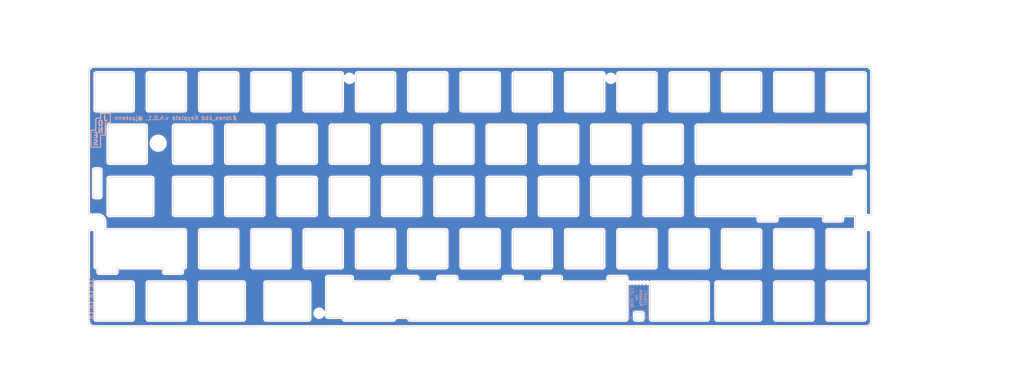
<source format=kicad_pcb>
(kicad_pcb (version 20171130) (host pcbnew "(5.1.10-1-10_14)")
  (layers (0 F.Cu signal) (31 B.Cu signal) (34 B.Paste user) (35 F.Paste user) (36 B.SilkS user) (37 F.SilkS user) (38 B.Mask user) (39 F.Mask user) (44 Edge.Cuts user))
  (net 0 "")
  (module locallib:Jones_logo_7.8x13.2 (layer B.Cu) (at 44.7 23.75 180)
    (fp_text reference G*** hide)
    (fp_text value LOGO hide)
  )
  (module MountingHole:MountingHole_3.2mm_M3 (layer F.Cu) (at 124.325 90.34948)
    (fp_text reference REF** hide)
    (fp_text value MountingHole_3.2mm_M3)
    (pad 1 np_thru_hole circle (at 0 0) (size 3.2 3.2) (drill 3.2) (layers *.Cu *.Mask))
  )
  (module MountingHole:MountingHole_3.2mm_M3 (layer F.Cu) (at 230.625 4.74948)
    (fp_text reference REF** hide)
    (fp_text value MountingHole_3.2mm_M3)
    (pad 1 np_thru_hole circle (at 0 0) (size 3.2 3.2) (drill 3.2) (layers *.Cu *.Mask))
  )
  (module MountingHole:MountingHole_3.2mm_M3 (layer F.Cu) (at 135.375 4.74948)
    (fp_text reference REF** hide)
    (fp_text value MountingHole_3.2mm_M3)
    (pad 1 np_thru_hole circle (at 0 0) (size 3.2 3.2) (drill 3.2) (layers *.Cu *.Mask))
  )
  (module locallib:breakaway-mousebites+1 (layer F.Cu) (at 240.175 78.921 180)
    (fp_text reference REF**)
    (fp_text value breakaway-mousebites+1)
    (pad "" np_thru_hole circle (at -3.79 -0.254 180) (size 0.7874 0.7874) (drill 0.7874) (layers *.Cu *.Mask))
    (pad "" np_thru_hole circle (at -2.54 -0.254 180) (size 0.7874 0.7874) (drill 0.7874) (layers *.Cu *.Mask))
    (pad "" np_thru_hole circle (at -1.27 -0.254 180) (size 0.7874 0.7874) (drill 0.7874) (layers *.Cu *.Mask))
    (pad "" np_thru_hole circle (at 2.54 -0.254 180) (size 0.7874 0.7874) (drill 0.7874) (layers *.Cu *.Mask))
    (pad "" np_thru_hole circle (at 1.27 -0.254 180) (size 0.7874 0.7874) (drill 0.7874) (layers *.Cu *.Mask))
    (pad "" np_thru_hole circle (at 0 -0.254 180) (size 0.7874 0.7874) (drill 0.7874) (layers *.Cu *.Mask))
  )
  (module MountingHole:MountingHole_5.3mm_M5 (layer F.Cu) (at 65.675 28.4)
    (fp_text reference REF** hide)
    (fp_text value MountingHole_5.3mm_M5)
    (pad 1 np_thru_hole circle (at 0 0) (size 5.3 5.3) (drill 5.3) (layers *.Cu *.Mask))
  )
  (gr_arc (start 244 91.6) (end 244 91.8) (angle -90) (layer B.SilkS) (width 0.12))
  (gr_arc (start 243.3 91.6) (end 243.1 91.6) (angle -90) (layer B.SilkS) (width 0.12))
  (gr_arc (start 242.9 89.5) (end 243.1 89.5) (angle -90) (layer B.SilkS) (width 0.12))
  (gr_arc (start 238.7 89.5) (end 238.7 89.3) (angle -90) (layer B.SilkS) (width 0.12))
  (gr_arc (start 238.3 91.6) (end 238.3 91.8) (angle -90) (layer B.SilkS) (width 0.12))
  (gr_arc (start 237.5 91.6) (end 237.3 91.6) (angle -90) (layer B.SilkS) (width 0.12))
  (gr_arc (start 237.5 80.5) (end 237.5 80.3) (angle -90) (layer B.SilkS) (width 0.12))
  (gr_arc (start 244 80.5) (end 244.2 80.5) (angle -90) (layer B.SilkS) (width 0.12))
  (gr_text "CUT HERE\nfor\nNARROW\nLAYOUT" (at 240.8 84.8 90) (layer B.SilkS) (effects (font (size 1 1)) (justify mirror)))
  (gr_line (start 244 80.3) (end 237.5 80.3) (layer B.SilkS) (width 0.12))
  (gr_line (start 244.2 91.6) (end 244.2 80.5) (layer B.SilkS) (width 0.12))
  (gr_line (start 243.3 91.8) (end 244 91.8) (layer B.SilkS) (width 0.12))
  (gr_line (start 243.1 89.5) (end 243.1 91.6) (layer B.SilkS) (width 0.12))
  (gr_line (start 238.7 89.3) (end 242.9 89.3) (layer B.SilkS) (width 0.12))
  (gr_line (start 238.5 91.6) (end 238.5 89.5) (layer B.SilkS) (width 0.12))
  (gr_line (start 237.5 91.8) (end 238.3 91.8) (layer B.SilkS) (width 0.12))
  (gr_line (start 237.3 80.5) (end 237.3 91.6) (layer B.SilkS) (width 0.12))
  (gr_line (start 243.85 92.1) (end 244.15 92.1) (layer B.SilkS) (width 0.12))
  (gr_line (start 242.65 92.1) (end 242.95 92.1) (layer B.SilkS) (width 0.12))
  (gr_line (start 243.25 92.1) (end 243.55 92.1) (layer B.SilkS) (width 0.12))
  (gr_line (start 244.45 92.1) (end 244.75 92.1) (layer B.SilkS) (width 0.12))
  (gr_line (start 238.6 92.1) (end 238.9 92.1) (layer B.SilkS) (width 0.12))
  (gr_line (start 238 92.1) (end 238.3 92.1) (layer B.SilkS) (width 0.12))
  (gr_line (start 237.4 92.1) (end 237.7 92.1) (layer B.SilkS) (width 0.12))
  (gr_line (start 236.8 92.1) (end 237.1 92.1) (layer B.SilkS) (width 0.12))
  (gr_line (start 325.652721 60.389357) (end 325.652721 93.264281) (layer Edge.Cuts) (width 0.2))
  (gr_line (start 323.324747 59.850669) (end 325.114039 59.850669) (layer Edge.Cuts) (width 0.2))
  (gr_line (start 325.125666 54.795375) (end 323.324747 54.795375) (layer Edge.Cuts) (width 0.2))
  (gr_line (start 325.652721 2.337804) (end 325.652721 54.267975) (layer Edge.Cuts) (width 0.2))
  (gr_line (start 315.094111 54.800667) (end 319.78675 54.800667) (layer Edge.Cuts) (width 0.2))
  (gr_line (start 315.094111 56.300674) (end 315.094111 54.800667) (layer Edge.Cuts) (width 0.2))
  (gr_curve (pts (xy 233.624869 2.695168) (xy 233.35077 2.695168) (xy 233.124987 2.920945) (xy 233.124987 3.195405)) (layer Edge.Cuts) (width 0.2))
  (gr_line (start 246.625055 2.695168) (end 233.624869 2.695168) (layer Edge.Cuts) (width 0.2))
  (gr_curve (pts (xy 247.124937 3.195405) (xy 247.124937 2.920945) (xy 246.899155 2.695168) (xy 246.625055 2.695168)) (layer Edge.Cuts) (width 0.2))
  (gr_line (start 247.124937 16.195233) (end 247.124937 3.195405) (layer Edge.Cuts) (width 0.2))
  (gr_curve (pts (xy 94.225436 16.695472) (xy 94.499541 16.695472) (xy 94.725318 16.469693) (xy 94.725318 16.195233)) (layer Edge.Cuts) (width 0.2))
  (gr_line (start 81.225256 16.695472) (end 94.225436 16.695472) (layer Edge.Cuts) (width 0.2))
  (gr_curve (pts (xy 80.725368 16.195233) (xy 80.725368 16.469693) (xy 80.951145 16.695472) (xy 81.225256 16.695472)) (layer Edge.Cuts) (width 0.2))
  (gr_line (start 80.725368 3.195405) (end 80.725368 16.195233) (layer Edge.Cuts) (width 0.2))
  (gr_curve (pts (xy 81.225256 2.695168) (xy 80.951145 2.695168) (xy 80.725368 2.920945) (xy 80.725368 3.195405)) (layer Edge.Cuts) (width 0.2))
  (gr_line (start 94.225436 2.695168) (end 81.225256 2.695168) (layer Edge.Cuts) (width 0.2))
  (gr_curve (pts (xy 94.725318 3.195405) (xy 94.725318 2.920945) (xy 94.499541 2.695168) (xy 94.225436 2.695168)) (layer Edge.Cuts) (width 0.2))
  (gr_line (start 94.725318 16.195233) (end 94.725318 3.195405) (layer Edge.Cuts) (width 0.2))
  (gr_curve (pts (xy 56.12553 16.695472) (xy 56.399638 16.695472) (xy 56.625415 16.469693) (xy 56.625415 16.195233)) (layer Edge.Cuts) (width 0.2))
  (gr_line (start 43.125348 16.695472) (end 56.12553 16.695472) (layer Edge.Cuts) (width 0.2))
  (gr_curve (pts (xy 42.625463 16.195233) (xy 42.625463 16.469693) (xy 42.851241 16.695472) (xy 43.125348 16.695472)) (layer Edge.Cuts) (width 0.2))
  (gr_line (start 42.625463 3.195405) (end 42.625463 16.195233) (layer Edge.Cuts) (width 0.2))
  (gr_curve (pts (xy 43.125348 2.695168) (xy 42.851241 2.695168) (xy 42.625463 2.920945) (xy 42.625463 3.195405)) (layer Edge.Cuts) (width 0.2))
  (gr_line (start 56.12553 2.695168) (end 43.125348 2.695168) (layer Edge.Cuts) (width 0.2))
  (gr_curve (pts (xy 56.625415 3.195405) (xy 56.625415 2.920945) (xy 56.399638 2.695168) (xy 56.12553 2.695168)) (layer Edge.Cuts) (width 0.2))
  (gr_line (start 56.625415 16.195233) (end 56.625415 3.195405) (layer Edge.Cuts) (width 0.2))
  (gr_curve (pts (xy 61.675416 16.195233) (xy 61.675416 16.469693) (xy 61.901193 16.695472) (xy 62.175301 16.695472)) (layer Edge.Cuts) (width 0.2))
  (gr_line (start 61.675416 3.195405) (end 61.675416 16.195233) (layer Edge.Cuts) (width 0.2))
  (gr_curve (pts (xy 62.175301 2.695168) (xy 61.901193 2.695168) (xy 61.675416 2.920945) (xy 61.675416 3.195405)) (layer Edge.Cuts) (width 0.2))
  (gr_line (start 75.175481 2.695168) (end 62.175301 2.695168) (layer Edge.Cuts) (width 0.2))
  (gr_curve (pts (xy 75.675366 3.195405) (xy 75.675366 2.920945) (xy 75.449589 2.695168) (xy 75.175481 2.695168)) (layer Edge.Cuts) (width 0.2))
  (gr_line (start 75.675366 16.195233) (end 75.675366 3.195405) (layer Edge.Cuts) (width 0.2))
  (gr_curve (pts (xy 75.175481 16.695472) (xy 75.449589 16.695472) (xy 75.675366 16.469693) (xy 75.675366 16.195233)) (layer Edge.Cuts) (width 0.2))
  (gr_line (start 62.175301 16.695472) (end 75.175481 16.695472) (layer Edge.Cuts) (width 0.2))
  (gr_line (start 323.324747 16.289073) (end 323.324747 3.101566) (layer Edge.Cuts) (width 0.2))
  (gr_curve (pts (xy 322.918356 16.695472) (xy 323.142717 16.695472) (xy 323.324747 16.513438) (xy 323.324747 16.289073)) (layer Edge.Cuts) (width 0.2))
  (gr_line (start 309.731188 16.695472) (end 322.918356 16.695472) (layer Edge.Cuts) (width 0.2))
  (gr_curve (pts (xy 309.324797 16.289073) (xy 309.324797 16.513438) (xy 309.506482 16.695472) (xy 309.731188 16.695472)) (layer Edge.Cuts) (width 0.2))
  (gr_line (start 309.324797 3.101566) (end 309.324797 16.289073) (layer Edge.Cuts) (width 0.2))
  (gr_curve (pts (xy 309.731188 2.695168) (xy 309.506482 2.695168) (xy 309.324797 2.8772) (xy 309.324797 3.101566)) (layer Edge.Cuts) (width 0.2))
  (gr_line (start 322.918356 2.695168) (end 309.731188 2.695168) (layer Edge.Cuts) (width 0.2))
  (gr_curve (pts (xy 323.324747 3.101566) (xy 323.324747 2.8772) (xy 323.142717 2.695168) (xy 322.918356 2.695168)) (layer Edge.Cuts) (width 0.2))
  (gr_line (start 304.274795 16.289073) (end 304.274795 3.101566) (layer Edge.Cuts) (width 0.2))
  (gr_curve (pts (xy 303.868403 16.695472) (xy 304.092765 16.695472) (xy 304.274795 16.513438) (xy 304.274795 16.289073)) (layer Edge.Cuts) (width 0.2))
  (gr_line (start 290.681235 16.695472) (end 303.868403 16.695472) (layer Edge.Cuts) (width 0.2))
  (gr_curve (pts (xy 290.274844 16.289073) (xy 290.274844 16.513438) (xy 290.45653 16.695472) (xy 290.681235 16.695472)) (layer Edge.Cuts) (width 0.2))
  (gr_line (start 290.274844 3.101566) (end 290.274844 16.289073) (layer Edge.Cuts) (width 0.2))
  (gr_curve (pts (xy 290.681235 2.695168) (xy 290.45653 2.695168) (xy 290.274844 2.8772) (xy 290.274844 3.101566)) (layer Edge.Cuts) (width 0.2))
  (gr_line (start 303.868403 2.695168) (end 290.681235 2.695168) (layer Edge.Cuts) (width 0.2))
  (gr_curve (pts (xy 304.274795 3.101566) (xy 304.274795 2.8772) (xy 304.092765 2.695168) (xy 303.868403 2.695168)) (layer Edge.Cuts) (width 0.2))
  (gr_curve (pts (xy 256.150031 35.745423) (xy 256.424131 35.745423) (xy 256.649914 35.519646) (xy 256.649914 35.245185)) (layer Edge.Cuts) (width 0.2))
  (gr_line (start 243.149845 35.745423) (end 256.150031 35.745423) (layer Edge.Cuts) (width 0.2))
  (gr_curve (pts (xy 242.649963 35.245185) (xy 242.649963 35.519646) (xy 242.875746 35.745423) (xy 243.149845 35.745423)) (layer Edge.Cuts) (width 0.2))
  (gr_line (start 242.649963 22.245357) (end 242.649963 35.245185) (layer Edge.Cuts) (width 0.2))
  (gr_curve (pts (xy 243.149845 21.74512) (xy 242.875746 21.74512) (xy 242.649963 21.970897) (xy 242.649963 22.245357)) (layer Edge.Cuts) (width 0.2))
  (gr_line (start 256.150031 21.74512) (end 243.149845 21.74512) (layer Edge.Cuts) (width 0.2))
  (gr_curve (pts (xy 256.649914 22.245357) (xy 256.649914 21.970897) (xy 256.424131 21.74512) (xy 256.150031 21.74512)) (layer Edge.Cuts) (width 0.2))
  (gr_line (start 256.649914 35.245185) (end 256.649914 22.245357) (layer Edge.Cuts) (width 0.2))
  (gr_curve (pts (xy 122.800365 35.745423) (xy 123.07447 35.745423) (xy 123.300247 35.519646) (xy 123.300247 35.245185)) (layer Edge.Cuts) (width 0.2))
  (gr_line (start 109.800184 35.745423) (end 122.800365 35.745423) (layer Edge.Cuts) (width 0.2))
  (gr_curve (pts (xy 109.300297 35.245185) (xy 109.300297 35.519646) (xy 109.526074 35.745423) (xy 109.800184 35.745423)) (layer Edge.Cuts) (width 0.2))
  (gr_line (start 109.300297 22.245357) (end 109.300297 35.245185) (layer Edge.Cuts) (width 0.2))
  (gr_curve (pts (xy 109.800184 21.74512) (xy 109.526074 21.74512) (xy 109.300297 21.970897) (xy 109.300297 22.245357)) (layer Edge.Cuts) (width 0.2))
  (gr_line (start 122.800365 21.74512) (end 109.800184 21.74512) (layer Edge.Cuts) (width 0.2))
  (gr_curve (pts (xy 123.300247 22.245357) (xy 123.300247 21.970897) (xy 123.07447 21.74512) (xy 122.800365 21.74512)) (layer Edge.Cuts) (width 0.2))
  (gr_line (start 123.300247 35.245185) (end 123.300247 22.245357) (layer Edge.Cuts) (width 0.2))
  (gr_curve (pts (xy 71.200392 35.245185) (xy 71.200392 35.519646) (xy 71.426169 35.745423) (xy 71.700277 35.745423)) (layer Edge.Cuts) (width 0.2))
  (gr_line (start 71.200392 22.245357) (end 71.200392 35.245185) (layer Edge.Cuts) (width 0.2))
  (gr_curve (pts (xy 71.700277 21.74512) (xy 71.426169 21.74512) (xy 71.200392 21.970897) (xy 71.200392 22.245357)) (layer Edge.Cuts) (width 0.2))
  (gr_line (start 84.70046 21.74512) (end 71.700277 21.74512) (layer Edge.Cuts) (width 0.2))
  (gr_curve (pts (xy 85.200342 22.245357) (xy 85.200342 21.970897) (xy 84.974565 21.74512) (xy 84.70046 21.74512)) (layer Edge.Cuts) (width 0.2))
  (gr_line (start 85.200342 35.245185) (end 85.200342 22.245357) (layer Edge.Cuts) (width 0.2))
  (gr_curve (pts (xy 84.70046 35.745423) (xy 84.974565 35.745423) (xy 85.200342 35.519646) (xy 85.200342 35.245185)) (layer Edge.Cuts) (width 0.2))
  (gr_line (start 71.700277 35.745423) (end 84.70046 35.745423) (layer Edge.Cuts) (width 0.2))
  (gr_curve (pts (xy 103.750412 35.745423) (xy 104.024518 35.745423) (xy 104.250295 35.519646) (xy 104.250295 35.245185)) (layer Edge.Cuts) (width 0.2))
  (gr_line (start 90.750232 35.745423) (end 103.750412 35.745423) (layer Edge.Cuts) (width 0.2))
  (gr_curve (pts (xy 90.250344 35.245185) (xy 90.250344 35.519646) (xy 90.476121 35.745423) (xy 90.750232 35.745423)) (layer Edge.Cuts) (width 0.2))
  (gr_line (start 90.250344 22.245357) (end 90.250344 35.245185) (layer Edge.Cuts) (width 0.2))
  (gr_curve (pts (xy 90.750232 21.74512) (xy 90.476121 21.74512) (xy 90.250344 21.970897) (xy 90.250344 22.245357)) (layer Edge.Cuts) (width 0.2))
  (gr_line (start 103.750412 21.74512) (end 90.750232 21.74512) (layer Edge.Cuts) (width 0.2))
  (gr_curve (pts (xy 104.250295 22.245357) (xy 104.250295 21.970897) (xy 104.024518 21.74512) (xy 103.750412 21.74512)) (layer Edge.Cuts) (width 0.2))
  (gr_line (start 104.250295 35.245185) (end 104.250295 22.245357) (layer Edge.Cuts) (width 0.2))
  (gr_curve (pts (xy 218.050127 35.745423) (xy 218.324226 35.745423) (xy 218.550009 35.519646) (xy 218.550009 35.245185)) (layer Edge.Cuts) (width 0.2))
  (gr_line (start 205.049941 35.745423) (end 218.050127 35.745423) (layer Edge.Cuts) (width 0.2))
  (gr_curve (pts (xy 204.550059 35.245185) (xy 204.550059 35.519646) (xy 204.775841 35.745423) (xy 205.049941 35.745423)) (layer Edge.Cuts) (width 0.2))
  (gr_line (start 204.550059 22.245357) (end 204.550059 35.245185) (layer Edge.Cuts) (width 0.2))
  (gr_curve (pts (xy 205.049941 21.74512) (xy 204.775841 21.74512) (xy 204.550059 21.970897) (xy 204.550059 22.245357)) (layer Edge.Cuts) (width 0.2))
  (gr_line (start 218.050127 21.74512) (end 205.049941 21.74512) (layer Edge.Cuts) (width 0.2))
  (gr_curve (pts (xy 218.550009 22.245357) (xy 218.550009 21.970897) (xy 218.324226 21.74512) (xy 218.050127 21.74512)) (layer Edge.Cuts) (width 0.2))
  (gr_line (start 218.550009 35.245185) (end 218.550009 22.245357) (layer Edge.Cuts) (width 0.2))
  (gr_curve (pts (xy 237.100079 35.745423) (xy 237.374179 35.745423) (xy 237.599961 35.519646) (xy 237.599961 35.245185)) (layer Edge.Cuts) (width 0.2))
  (gr_line (start 224.099893 35.745423) (end 237.100079 35.745423) (layer Edge.Cuts) (width 0.2))
  (gr_curve (pts (xy 223.600011 35.245185) (xy 223.600011 35.519646) (xy 223.825793 35.745423) (xy 224.099893 35.745423)) (layer Edge.Cuts) (width 0.2))
  (gr_line (start 223.600011 22.245357) (end 223.600011 35.245185) (layer Edge.Cuts) (width 0.2))
  (gr_curve (pts (xy 224.099893 21.74512) (xy 223.825793 21.74512) (xy 223.600011 21.970897) (xy 223.600011 22.245357)) (layer Edge.Cuts) (width 0.2))
  (gr_line (start 237.100079 21.74512) (end 224.099893 21.74512) (layer Edge.Cuts) (width 0.2))
  (gr_curve (pts (xy 237.599961 22.245357) (xy 237.599961 21.970897) (xy 237.374179 21.74512) (xy 237.100079 21.74512)) (layer Edge.Cuts) (width 0.2))
  (gr_line (start 237.599961 35.245185) (end 237.599961 22.245357) (layer Edge.Cuts) (width 0.2))
  (gr_curve (pts (xy 141.850317 35.745423) (xy 142.124428 35.745423) (xy 142.350199 35.519646) (xy 142.350199 35.245185)) (layer Edge.Cuts) (width 0.2))
  (gr_line (start 128.850131 35.745423) (end 141.850317 35.745423) (layer Edge.Cuts) (width 0.2))
  (gr_curve (pts (xy 128.350249 35.245185) (xy 128.350249 35.519646) (xy 128.576031 35.745423) (xy 128.850131 35.745423)) (layer Edge.Cuts) (width 0.2))
  (gr_line (start 128.350249 22.245357) (end 128.350249 35.245185) (layer Edge.Cuts) (width 0.2))
  (gr_curve (pts (xy 128.850131 21.74512) (xy 128.576031 21.74512) (xy 128.350249 21.970897) (xy 128.350249 22.245357)) (layer Edge.Cuts) (width 0.2))
  (gr_line (start 141.850317 21.74512) (end 128.850131 21.74512) (layer Edge.Cuts) (width 0.2))
  (gr_curve (pts (xy 142.350199 22.245357) (xy 142.350199 21.970897) (xy 142.124428 21.74512) (xy 141.850317 21.74512)) (layer Edge.Cuts) (width 0.2))
  (gr_line (start 142.350199 35.245185) (end 142.350199 22.245357) (layer Edge.Cuts) (width 0.2))
  (gr_curve (pts (xy 61.387902 22.245357) (xy 61.387902 21.970897) (xy 61.162125 21.74512) (xy 60.888017 21.74512)) (layer Edge.Cuts) (width 0.2))
  (gr_line (start 61.387902 35.245185) (end 61.387902 22.245357) (layer Edge.Cuts) (width 0.2))
  (gr_curve (pts (xy 60.888017 35.745423) (xy 61.162125 35.745423) (xy 61.387902 35.519646) (xy 61.387902 35.245185)) (layer Edge.Cuts) (width 0.2))
  (gr_line (start 47.887836 35.745423) (end 60.888017 35.745423) (layer Edge.Cuts) (width 0.2))
  (gr_curve (pts (xy 47.387951 35.245185) (xy 47.387951 35.519646) (xy 47.613728 35.745423) (xy 47.887836 35.745423)) (layer Edge.Cuts) (width 0.2))
  (gr_line (start 47.387951 22.245357) (end 47.387951 35.245185) (layer Edge.Cuts) (width 0.2))
  (gr_curve (pts (xy 47.887836 21.74512) (xy 47.613728 21.74512) (xy 47.387951 21.970897) (xy 47.387951 22.245357)) (layer Edge.Cuts) (width 0.2))
  (gr_line (start 60.888017 21.74512) (end 47.887836 21.74512) (layer Edge.Cuts) (width 0.2))
  (gr_curve (pts (xy 179.950222 35.745423) (xy 180.224332 35.745423) (xy 180.450104 35.519646) (xy 180.450104 35.245185)) (layer Edge.Cuts) (width 0.2))
  (gr_line (start 166.950036 35.745423) (end 179.950222 35.745423) (layer Edge.Cuts) (width 0.2))
  (gr_curve (pts (xy 166.450154 35.245185) (xy 166.450154 35.519646) (xy 166.675936 35.745423) (xy 166.950036 35.745423)) (layer Edge.Cuts) (width 0.2))
  (gr_line (start 166.450154 22.245357) (end 166.450154 35.245185) (layer Edge.Cuts) (width 0.2))
  (gr_curve (pts (xy 166.950036 21.74512) (xy 166.675936 21.74512) (xy 166.450154 21.970897) (xy 166.450154 22.245357)) (layer Edge.Cuts) (width 0.2))
  (gr_line (start 179.950222 21.74512) (end 166.950036 21.74512) (layer Edge.Cuts) (width 0.2))
  (gr_curve (pts (xy 180.450104 22.245357) (xy 180.450104 21.970897) (xy 180.224332 21.74512) (xy 179.950222 21.74512)) (layer Edge.Cuts) (width 0.2))
  (gr_line (start 180.450104 35.245185) (end 180.450104 22.245357) (layer Edge.Cuts) (width 0.2))
  (gr_curve (pts (xy 160.90027 35.745423) (xy 161.17438 35.745423) (xy 161.400152 35.519646) (xy 161.400152 35.245185)) (layer Edge.Cuts) (width 0.2))
  (gr_line (start 147.900084 35.745423) (end 160.90027 35.745423) (layer Edge.Cuts) (width 0.2))
  (gr_curve (pts (xy 147.400201 35.245185) (xy 147.400201 35.519646) (xy 147.625984 35.745423) (xy 147.900084 35.745423)) (layer Edge.Cuts) (width 0.2))
  (gr_line (start 147.400201 22.245357) (end 147.400201 35.245185) (layer Edge.Cuts) (width 0.2))
  (gr_curve (pts (xy 147.900084 21.74512) (xy 147.625984 21.74512) (xy 147.400201 21.970897) (xy 147.400201 22.245357)) (layer Edge.Cuts) (width 0.2))
  (gr_line (start 160.90027 21.74512) (end 147.900084 21.74512) (layer Edge.Cuts) (width 0.2))
  (gr_curve (pts (xy 161.400152 22.245357) (xy 161.400152 21.970897) (xy 161.17438 21.74512) (xy 160.90027 21.74512)) (layer Edge.Cuts) (width 0.2))
  (gr_line (start 161.400152 35.245185) (end 161.400152 22.245357) (layer Edge.Cuts) (width 0.2))
  (gr_curve (pts (xy 199.000174 35.745423) (xy 199.274285 35.745423) (xy 199.500056 35.519646) (xy 199.500056 35.245185)) (layer Edge.Cuts) (width 0.2))
  (gr_line (start 185.999988 35.745423) (end 199.000174 35.745423) (layer Edge.Cuts) (width 0.2))
  (gr_curve (pts (xy 185.500106 35.245185) (xy 185.500106 35.519646) (xy 185.725889 35.745423) (xy 185.999988 35.745423)) (layer Edge.Cuts) (width 0.2))
  (gr_line (start 185.500106 22.245357) (end 185.500106 35.245185) (layer Edge.Cuts) (width 0.2))
  (gr_curve (pts (xy 185.999988 21.74512) (xy 185.725889 21.74512) (xy 185.500106 21.970897) (xy 185.500106 22.245357)) (layer Edge.Cuts) (width 0.2))
  (gr_line (start 199.000174 21.74512) (end 185.999988 21.74512) (layer Edge.Cuts) (width 0.2))
  (gr_curve (pts (xy 199.500056 22.245357) (xy 199.500056 21.970897) (xy 199.274285 21.74512) (xy 199.000174 21.74512)) (layer Edge.Cuts) (width 0.2))
  (gr_line (start 199.500056 35.245185) (end 199.500056 22.245357) (layer Edge.Cuts) (width 0.2))
  (gr_curve (pts (xy 261.699916 22.247473) (xy 261.699916 24.410702) (xy 261.699916 32.998704) (xy 261.699916 35.219081)) (layer Edge.Cuts) (width 0.2))
  (gr_curve (pts (xy 261.845255 21.896109) (xy 261.75213 21.989242) (xy 261.699916 22.115889) (xy 261.699916 22.247473)) (layer Edge.Cuts) (width 0.2))
  (gr_curve (pts (xy 262.196633 21.750764) (xy 262.06503 21.750764) (xy 261.938746 21.802976) (xy 261.845255 21.896109)) (layer Edge.Cuts) (width 0.2))
  (gr_curve (pts (xy 322.797347 21.755703) (xy 317.135993 21.75535) (xy 267.698178 21.751117) (xy 262.196633 21.750764)) (layer Edge.Cuts) (width 0.2))
  (gr_curve (pts (xy 323.324747 22.283458) (xy 323.324747 21.992063) (xy 323.088737 21.756055) (xy 322.797347 21.755703)) (layer Edge.Cuts) (width 0.2))
  (gr_curve (pts (xy 323.324747 35.206732) (xy 323.324747 32.978243) (xy 323.324747 24.491134) (xy 323.324747 22.283458)) (layer Edge.Cuts) (width 0.2))
  (gr_curve (pts (xy 322.786409 35.745423) (xy 323.083806 35.745423) (xy 323.324747 35.504124) (xy 323.324747 35.206732)) (layer Edge.Cuts) (width 0.2))
  (gr_curve (pts (xy 262.22626 35.745423) (xy 267.86787 35.745423) (xy 317.082357 35.745423) (xy 322.786409 35.745423)) (layer Edge.Cuts) (width 0.2))
  (gr_curve (pts (xy 261.699916 35.219081) (xy 261.699916 35.509768) (xy 261.935581 35.745423) (xy 262.22626 35.745423)) (layer Edge.Cuts) (width 0.2))
  (gr_curve (pts (xy 44.850428 47.775467) (xy 44.850428 45.995358) (xy 44.850428 39.977688) (xy 44.850428 38.197576)) (layer Edge.Cuts) (width 0.2))
  (gr_curve (pts (xy 44.350543 48.275355) (xy 44.626767 48.275355) (xy 44.850428 48.051338) (xy 44.850428 47.775467)) (layer Edge.Cuts) (width 0.2))
  (gr_curve (pts (xy 42.588069 48.275355) (xy 43.087602 48.275355) (xy 43.851011 48.275355) (xy 44.350543 48.275355)) (layer Edge.Cuts) (width 0.2))
  (gr_curve (pts (xy 42.088185 47.775467) (xy 42.088185 48.051338) (xy 42.311845 48.275355) (xy 42.588069 48.275355)) (layer Edge.Cuts) (width 0.2))
  (gr_curve (pts (xy 42.088185 38.197576) (xy 42.088185 39.977688) (xy 42.088185 45.995358) (xy 42.088185 47.775467)) (layer Edge.Cuts) (width 0.2))
  (gr_curve (pts (xy 42.588069 37.697692) (xy 42.311845 37.697692) (xy 42.088185 37.921703) (xy 42.088185 38.197576)) (layer Edge.Cuts) (width 0.2))
  (gr_curve (pts (xy 44.350543 37.697692) (xy 43.851011 37.697692) (xy 43.087602 37.697692) (xy 42.588069 37.697692)) (layer Edge.Cuts) (width 0.2))
  (gr_curve (pts (xy 44.850428 38.197576) (xy 44.850428 37.921703) (xy 44.626767 37.697692) (xy 44.350543 37.697692)) (layer Edge.Cuts) (width 0.2))
  (gr_curve (pts (xy 218.050127 54.795375) (xy 218.324226 54.795375) (xy 218.550009 54.569598) (xy 218.550009 54.295138)) (layer Edge.Cuts) (width 0.2))
  (gr_line (start 205.049941 54.795375) (end 218.050127 54.795375) (layer Edge.Cuts) (width 0.2))
  (gr_curve (pts (xy 204.550059 54.295138) (xy 204.550059 54.569598) (xy 204.775841 54.795375) (xy 205.049941 54.795375)) (layer Edge.Cuts) (width 0.2))
  (gr_line (start 204.550059 41.295307) (end 204.550059 54.295138) (layer Edge.Cuts) (width 0.2))
  (gr_curve (pts (xy 205.049941 40.79507) (xy 204.775841 40.79507) (xy 204.550059 41.020847) (xy 204.550059 41.295307)) (layer Edge.Cuts) (width 0.2))
  (gr_line (start 218.050127 40.79507) (end 205.049941 40.79507) (layer Edge.Cuts) (width 0.2))
  (gr_curve (pts (xy 218.550009 41.295307) (xy 218.550009 41.020847) (xy 218.324226 40.79507) (xy 218.050127 40.79507)) (layer Edge.Cuts) (width 0.2))
  (gr_line (start 218.550009 54.295138) (end 218.550009 41.295307) (layer Edge.Cuts) (width 0.2))
  (gr_curve (pts (xy 103.750412 54.795375) (xy 104.024518 54.795375) (xy 104.250295 54.569598) (xy 104.250295 54.295138)) (layer Edge.Cuts) (width 0.2))
  (gr_line (start 90.750232 54.795375) (end 103.750412 54.795375) (layer Edge.Cuts) (width 0.2))
  (gr_curve (pts (xy 90.250344 54.295138) (xy 90.250344 54.569598) (xy 90.476121 54.795375) (xy 90.750232 54.795375)) (layer Edge.Cuts) (width 0.2))
  (gr_line (start 90.250344 41.295307) (end 90.250344 54.295138) (layer Edge.Cuts) (width 0.2))
  (gr_curve (pts (xy 90.750232 40.79507) (xy 90.476121 40.79507) (xy 90.250344 41.020847) (xy 90.250344 41.295307)) (layer Edge.Cuts) (width 0.2))
  (gr_line (start 103.750412 40.79507) (end 90.750232 40.79507) (layer Edge.Cuts) (width 0.2))
  (gr_curve (pts (xy 104.250295 41.295307) (xy 104.250295 41.020847) (xy 104.024518 40.79507) (xy 103.750412 40.79507)) (layer Edge.Cuts) (width 0.2))
  (gr_line (start 104.250295 54.295138) (end 104.250295 41.295307) (layer Edge.Cuts) (width 0.2))
  (gr_curve (pts (xy 122.800365 54.795375) (xy 123.07447 54.795375) (xy 123.300247 54.569598) (xy 123.300247 54.295138)) (layer Edge.Cuts) (width 0.2))
  (gr_line (start 109.800184 54.795375) (end 122.800365 54.795375) (layer Edge.Cuts) (width 0.2))
  (gr_curve (pts (xy 109.300297 54.295138) (xy 109.300297 54.569598) (xy 109.526074 54.795375) (xy 109.800184 54.795375)) (layer Edge.Cuts) (width 0.2))
  (gr_line (start 109.300297 41.295307) (end 109.300297 54.295138) (layer Edge.Cuts) (width 0.2))
  (gr_curve (pts (xy 109.800184 40.79507) (xy 109.526074 40.79507) (xy 109.300297 41.020847) (xy 109.300297 41.295307)) (layer Edge.Cuts) (width 0.2))
  (gr_line (start 122.800365 40.79507) (end 109.800184 40.79507) (layer Edge.Cuts) (width 0.2))
  (gr_curve (pts (xy 123.300247 41.295307) (xy 123.300247 41.020847) (xy 123.07447 40.79507) (xy 122.800365 40.79507)) (layer Edge.Cuts) (width 0.2))
  (gr_line (start 123.300247 54.295138) (end 123.300247 41.295307) (layer Edge.Cuts) (width 0.2))
  (gr_curve (pts (xy 160.90027 54.795375) (xy 161.17438 54.795375) (xy 161.400152 54.569598) (xy 161.400152 54.295138)) (layer Edge.Cuts) (width 0.2))
  (gr_line (start 147.900084 54.795375) (end 160.90027 54.795375) (layer Edge.Cuts) (width 0.2))
  (gr_curve (pts (xy 147.400201 54.295138) (xy 147.400201 54.569598) (xy 147.625984 54.795375) (xy 147.900084 54.795375)) (layer Edge.Cuts) (width 0.2))
  (gr_line (start 147.400201 41.295307) (end 147.400201 54.295138) (layer Edge.Cuts) (width 0.2))
  (gr_curve (pts (xy 147.900084 40.79507) (xy 147.625984 40.79507) (xy 147.400201 41.020847) (xy 147.400201 41.295307)) (layer Edge.Cuts) (width 0.2))
  (gr_line (start 160.90027 40.79507) (end 147.900084 40.79507) (layer Edge.Cuts) (width 0.2))
  (gr_curve (pts (xy 161.400152 41.295307) (xy 161.400152 41.020847) (xy 161.17438 40.79507) (xy 160.90027 40.79507)) (layer Edge.Cuts) (width 0.2))
  (gr_line (start 161.400152 54.295138) (end 161.400152 41.295307) (layer Edge.Cuts) (width 0.2))
  (gr_curve (pts (xy 71.200392 54.295138) (xy 71.200392 54.569598) (xy 71.426169 54.795375) (xy 71.700277 54.795375)) (layer Edge.Cuts) (width 0.2))
  (gr_line (start 71.200392 41.295307) (end 71.200392 54.295138) (layer Edge.Cuts) (width 0.2))
  (gr_curve (pts (xy 71.700277 40.79507) (xy 71.426169 40.79507) (xy 71.200392 41.020847) (xy 71.200392 41.295307)) (layer Edge.Cuts) (width 0.2))
  (gr_line (start 84.70046 40.79507) (end 71.700277 40.79507) (layer Edge.Cuts) (width 0.2))
  (gr_curve (pts (xy 85.200342 41.295307) (xy 85.200342 41.020847) (xy 84.974565 40.79507) (xy 84.70046 40.79507)) (layer Edge.Cuts) (width 0.2))
  (gr_line (start 85.200342 54.295138) (end 85.200342 41.295307) (layer Edge.Cuts) (width 0.2))
  (gr_curve (pts (xy 84.70046 54.795375) (xy 84.974565 54.795375) (xy 85.200342 54.569598) (xy 85.200342 54.295138)) (layer Edge.Cuts) (width 0.2))
  (gr_line (start 71.700277 54.795375) (end 84.70046 54.795375) (layer Edge.Cuts) (width 0.2))
  (gr_curve (pts (xy 199.000174 54.795375) (xy 199.274285 54.795375) (xy 199.500056 54.569598) (xy 199.500056 54.295138)) (layer Edge.Cuts) (width 0.2))
  (gr_line (start 185.999988 54.795375) (end 199.000174 54.795375) (layer Edge.Cuts) (width 0.2))
  (gr_curve (pts (xy 185.500106 54.295138) (xy 185.500106 54.569598) (xy 185.725889 54.795375) (xy 185.999988 54.795375)) (layer Edge.Cuts) (width 0.2))
  (gr_line (start 185.500106 41.295307) (end 185.500106 54.295138) (layer Edge.Cuts) (width 0.2))
  (gr_curve (pts (xy 185.999988 40.79507) (xy 185.725889 40.79507) (xy 185.500106 41.020847) (xy 185.500106 41.295307)) (layer Edge.Cuts) (width 0.2))
  (gr_line (start 199.000174 40.79507) (end 185.999988 40.79507) (layer Edge.Cuts) (width 0.2))
  (gr_curve (pts (xy 199.500056 41.295307) (xy 199.500056 41.020847) (xy 199.274285 40.79507) (xy 199.000174 40.79507)) (layer Edge.Cuts) (width 0.2))
  (gr_line (start 199.500056 54.295138) (end 199.500056 41.295307) (layer Edge.Cuts) (width 0.2))
  (gr_curve (pts (xy 256.150031 54.795375) (xy 256.424131 54.795375) (xy 256.649914 54.569598) (xy 256.649914 54.295138)) (layer Edge.Cuts) (width 0.2))
  (gr_line (start 243.149845 54.795375) (end 256.150031 54.795375) (layer Edge.Cuts) (width 0.2))
  (gr_curve (pts (xy 242.649963 54.295138) (xy 242.649963 54.569598) (xy 242.875746 54.795375) (xy 243.149845 54.795375)) (layer Edge.Cuts) (width 0.2))
  (gr_line (start 242.649963 41.295307) (end 242.649963 54.295138) (layer Edge.Cuts) (width 0.2))
  (gr_curve (pts (xy 243.149845 40.79507) (xy 242.875746 40.79507) (xy 242.649963 41.020847) (xy 242.649963 41.295307)) (layer Edge.Cuts) (width 0.2))
  (gr_line (start 256.150031 40.79507) (end 243.149845 40.79507) (layer Edge.Cuts) (width 0.2))
  (gr_curve (pts (xy 256.649914 41.295307) (xy 256.649914 41.020847) (xy 256.424131 40.79507) (xy 256.150031 40.79507)) (layer Edge.Cuts) (width 0.2))
  (gr_line (start 256.649914 54.295138) (end 256.649914 41.295307) (layer Edge.Cuts) (width 0.2))
  (gr_curve (pts (xy 63.769146 41.295307) (xy 63.769146 41.020847) (xy 63.543369 40.79507) (xy 63.269261 40.79507)) (layer Edge.Cuts) (width 0.2))
  (gr_line (start 63.769146 54.295138) (end 63.769146 41.295307) (layer Edge.Cuts) (width 0.2))
  (gr_curve (pts (xy 63.269261 54.795375) (xy 63.543369 54.795375) (xy 63.769146 54.569598) (xy 63.769146 54.295138)) (layer Edge.Cuts) (width 0.2))
  (gr_line (start 47.887836 54.795375) (end 63.269261 54.795375) (layer Edge.Cuts) (width 0.2))
  (gr_curve (pts (xy 47.387951 54.295138) (xy 47.387951 54.569598) (xy 47.613728 54.795375) (xy 47.887836 54.795375)) (layer Edge.Cuts) (width 0.2))
  (gr_line (start 47.387951 41.295307) (end 47.387951 54.295138) (layer Edge.Cuts) (width 0.2))
  (gr_curve (pts (xy 47.887836 40.79507) (xy 47.613728 40.79507) (xy 47.387951 41.020847) (xy 47.387951 41.295307)) (layer Edge.Cuts) (width 0.2))
  (gr_line (start 63.269261 40.79507) (end 47.887836 40.79507) (layer Edge.Cuts) (width 0.2))
  (gr_curve (pts (xy 141.850317 54.795375) (xy 142.124428 54.795375) (xy 142.350199 54.569598) (xy 142.350199 54.295138)) (layer Edge.Cuts) (width 0.2))
  (gr_line (start 128.850131 54.795375) (end 141.850317 54.795375) (layer Edge.Cuts) (width 0.2))
  (gr_curve (pts (xy 128.350249 54.295138) (xy 128.350249 54.569598) (xy 128.576031 54.795375) (xy 128.850131 54.795375)) (layer Edge.Cuts) (width 0.2))
  (gr_line (start 128.350249 41.295307) (end 128.350249 54.295138) (layer Edge.Cuts) (width 0.2))
  (gr_curve (pts (xy 128.850131 40.79507) (xy 128.576031 40.79507) (xy 128.350249 41.020847) (xy 128.350249 41.295307)) (layer Edge.Cuts) (width 0.2))
  (gr_line (start 141.850317 40.79507) (end 128.850131 40.79507) (layer Edge.Cuts) (width 0.2))
  (gr_curve (pts (xy 142.350199 41.295307) (xy 142.350199 41.020847) (xy 142.124428 40.79507) (xy 141.850317 40.79507)) (layer Edge.Cuts) (width 0.2))
  (gr_line (start 142.350199 54.295138) (end 142.350199 41.295307) (layer Edge.Cuts) (width 0.2))
  (gr_curve (pts (xy 237.100079 54.795375) (xy 237.374179 54.795375) (xy 237.599961 54.569598) (xy 237.599961 54.295138)) (layer Edge.Cuts) (width 0.2))
  (gr_line (start 224.099893 54.795375) (end 237.100079 54.795375) (layer Edge.Cuts) (width 0.2))
  (gr_curve (pts (xy 223.600011 54.295138) (xy 223.600011 54.569598) (xy 223.825793 54.795375) (xy 224.099893 54.795375)) (layer Edge.Cuts) (width 0.2))
  (gr_line (start 223.600011 41.295307) (end 223.600011 54.295138) (layer Edge.Cuts) (width 0.2))
  (gr_curve (pts (xy 224.099893 40.79507) (xy 223.825793 40.79507) (xy 223.600011 41.020847) (xy 223.600011 41.295307)) (layer Edge.Cuts) (width 0.2))
  (gr_line (start 237.100079 40.79507) (end 224.099893 40.79507) (layer Edge.Cuts) (width 0.2))
  (gr_curve (pts (xy 237.599961 41.295307) (xy 237.599961 41.020847) (xy 237.374179 40.79507) (xy 237.100079 40.79507)) (layer Edge.Cuts) (width 0.2))
  (gr_line (start 237.599961 54.295138) (end 237.599961 41.295307) (layer Edge.Cuts) (width 0.2))
  (gr_curve (pts (xy 179.950222 54.795375) (xy 180.224332 54.795375) (xy 180.450104 54.569598) (xy 180.450104 54.295138)) (layer Edge.Cuts) (width 0.2))
  (gr_line (start 166.950036 54.795375) (end 179.950222 54.795375) (layer Edge.Cuts) (width 0.2))
  (gr_curve (pts (xy 166.450154 54.295138) (xy 166.450154 54.569598) (xy 166.675936 54.795375) (xy 166.950036 54.795375)) (layer Edge.Cuts) (width 0.2))
  (gr_line (start 166.450154 41.295307) (end 166.450154 54.295138) (layer Edge.Cuts) (width 0.2))
  (gr_curve (pts (xy 166.950036 40.79507) (xy 166.675936 40.79507) (xy 166.450154 41.020847) (xy 166.450154 41.295307)) (layer Edge.Cuts) (width 0.2))
  (gr_line (start 179.950222 40.79507) (end 166.950036 40.79507) (layer Edge.Cuts) (width 0.2))
  (gr_curve (pts (xy 180.450104 41.295307) (xy 180.450104 41.020847) (xy 180.224332 40.79507) (xy 179.950222 40.79507)) (layer Edge.Cuts) (width 0.2))
  (gr_line (start 180.450104 54.295138) (end 180.450104 41.295307) (layer Edge.Cuts) (width 0.2))
  (gr_curve (pts (xy 94.225436 73.845328) (xy 94.499541 73.845328) (xy 94.725318 73.619551) (xy 94.725318 73.34509)) (layer Edge.Cuts) (width 0.2))
  (gr_line (start 81.225256 73.845328) (end 94.225436 73.845328) (layer Edge.Cuts) (width 0.2))
  (gr_curve (pts (xy 80.725368 73.34509) (xy 80.725368 73.619551) (xy 80.951145 73.845328) (xy 81.225256 73.845328)) (layer Edge.Cuts) (width 0.2))
  (gr_line (start 80.725368 60.345259) (end 80.725368 73.34509) (layer Edge.Cuts) (width 0.2))
  (gr_curve (pts (xy 81.225256 59.845022) (xy 80.951145 59.845022) (xy 80.725368 60.070799) (xy 80.725368 60.345259)) (layer Edge.Cuts) (width 0.2))
  (gr_line (start 94.225436 59.845022) (end 81.225256 59.845022) (layer Edge.Cuts) (width 0.2))
  (gr_curve (pts (xy 94.725318 60.345259) (xy 94.725318 60.070799) (xy 94.499541 59.845022) (xy 94.225436 59.845022)) (layer Edge.Cuts) (width 0.2))
  (gr_line (start 94.725318 73.34509) (end 94.725318 60.345259) (layer Edge.Cuts) (width 0.2))
  (gr_curve (pts (xy 113.275389 73.845328) (xy 113.549494 73.845328) (xy 113.775271 73.619551) (xy 113.775271 73.34509)) (layer Edge.Cuts) (width 0.2))
  (gr_line (start 100.275208 73.845328) (end 113.275389 73.845328) (layer Edge.Cuts) (width 0.2))
  (gr_curve (pts (xy 99.775321 73.34509) (xy 99.775321 73.619551) (xy 100.001097 73.845328) (xy 100.275208 73.845328)) (layer Edge.Cuts) (width 0.2))
  (gr_line (start 99.775321 60.345259) (end 99.775321 73.34509) (layer Edge.Cuts) (width 0.2))
  (gr_curve (pts (xy 100.275208 59.845022) (xy 100.001097 59.845022) (xy 99.775321 60.070799) (xy 99.775321 60.345259)) (layer Edge.Cuts) (width 0.2))
  (gr_line (start 113.275389 59.845022) (end 100.275208 59.845022) (layer Edge.Cuts) (width 0.2))
  (gr_curve (pts (xy 113.775271 60.345259) (xy 113.775271 60.070799) (xy 113.549494 59.845022) (xy 113.275389 59.845022)) (layer Edge.Cuts) (width 0.2))
  (gr_line (start 113.775271 73.34509) (end 113.775271 60.345259) (layer Edge.Cuts) (width 0.2))
  (gr_curve (pts (xy 246.625055 73.845328) (xy 246.899155 73.845328) (xy 247.124937 73.619551) (xy 247.124937 73.34509)) (layer Edge.Cuts) (width 0.2))
  (gr_line (start 233.624869 73.845328) (end 246.625055 73.845328) (layer Edge.Cuts) (width 0.2))
  (gr_curve (pts (xy 233.124987 73.34509) (xy 233.124987 73.619551) (xy 233.35077 73.845328) (xy 233.624869 73.845328)) (layer Edge.Cuts) (width 0.2))
  (gr_line (start 233.124987 60.345259) (end 233.124987 73.34509) (layer Edge.Cuts) (width 0.2))
  (gr_curve (pts (xy 233.624869 59.845022) (xy 233.35077 59.845022) (xy 233.124987 60.070799) (xy 233.124987 60.345259)) (layer Edge.Cuts) (width 0.2))
  (gr_line (start 246.625055 59.845022) (end 233.624869 59.845022) (layer Edge.Cuts) (width 0.2))
  (gr_curve (pts (xy 247.124937 60.345259) (xy 247.124937 60.070799) (xy 246.899155 59.845022) (xy 246.625055 59.845022)) (layer Edge.Cuts) (width 0.2))
  (gr_line (start 247.124937 73.34509) (end 247.124937 60.345259) (layer Edge.Cuts) (width 0.2))
  (gr_curve (pts (xy 208.525151 73.845328) (xy 208.799261 73.845328) (xy 209.025033 73.619551) (xy 209.025033 73.34509)) (layer Edge.Cuts) (width 0.2))
  (gr_line (start 195.524964 73.845328) (end 208.525151 73.845328) (layer Edge.Cuts) (width 0.2))
  (gr_curve (pts (xy 195.025082 73.34509) (xy 195.025082 73.619551) (xy 195.250865 73.845328) (xy 195.524964 73.845328)) (layer Edge.Cuts) (width 0.2))
  (gr_line (start 195.025082 60.345259) (end 195.025082 73.34509) (layer Edge.Cuts) (width 0.2))
  (gr_curve (pts (xy 195.524964 59.845022) (xy 195.250865 59.845022) (xy 195.025082 60.070799) (xy 195.025082 60.345259)) (layer Edge.Cuts) (width 0.2))
  (gr_line (start 208.525151 59.845022) (end 195.524964 59.845022) (layer Edge.Cuts) (width 0.2))
  (gr_curve (pts (xy 209.025033 60.345259) (xy 209.025033 60.070799) (xy 208.799261 59.845022) (xy 208.525151 59.845022)) (layer Edge.Cuts) (width 0.2))
  (gr_line (start 209.025033 73.34509) (end 209.025033 60.345259) (layer Edge.Cuts) (width 0.2))
  (gr_curve (pts (xy 265.675008 73.845328) (xy 265.949107 73.845328) (xy 266.17489 73.619551) (xy 266.17489 73.34509)) (layer Edge.Cuts) (width 0.2))
  (gr_line (start 252.674822 73.845328) (end 265.675008 73.845328) (layer Edge.Cuts) (width 0.2))
  (gr_curve (pts (xy 252.17494 73.34509) (xy 252.17494 73.619551) (xy 252.400722 73.845328) (xy 252.674822 73.845328)) (layer Edge.Cuts) (width 0.2))
  (gr_line (start 252.17494 60.345259) (end 252.17494 73.34509) (layer Edge.Cuts) (width 0.2))
  (gr_curve (pts (xy 252.674822 59.845022) (xy 252.400722 59.845022) (xy 252.17494 60.070799) (xy 252.17494 60.345259)) (layer Edge.Cuts) (width 0.2))
  (gr_line (start 265.675008 59.845022) (end 252.674822 59.845022) (layer Edge.Cuts) (width 0.2))
  (gr_curve (pts (xy 266.17489 60.345259) (xy 266.17489 60.070799) (xy 265.949107 59.845022) (xy 265.675008 59.845022)) (layer Edge.Cuts) (width 0.2))
  (gr_line (start 266.17489 73.34509) (end 266.17489 60.345259) (layer Edge.Cuts) (width 0.2))
  (gr_curve (pts (xy 189.475198 73.845328) (xy 189.749309 73.845328) (xy 189.97508 73.619551) (xy 189.97508 73.34509)) (layer Edge.Cuts) (width 0.2))
  (gr_line (start 176.475012 73.845328) (end 189.475198 73.845328) (layer Edge.Cuts) (width 0.2))
  (gr_curve (pts (xy 175.97513 73.34509) (xy 175.97513 73.619551) (xy 176.200912 73.845328) (xy 176.475012 73.845328)) (layer Edge.Cuts) (width 0.2))
  (gr_line (start 175.97513 60.345259) (end 175.97513 73.34509) (layer Edge.Cuts) (width 0.2))
  (gr_curve (pts (xy 176.475012 59.845022) (xy 176.200912 59.845022) (xy 175.97513 60.070799) (xy 175.97513 60.345259)) (layer Edge.Cuts) (width 0.2))
  (gr_line (start 189.475198 59.845022) (end 176.475012 59.845022) (layer Edge.Cuts) (width 0.2))
  (gr_curve (pts (xy 189.97508 60.345259) (xy 189.97508 60.070799) (xy 189.749309 59.845022) (xy 189.475198 59.845022)) (layer Edge.Cuts) (width 0.2))
  (gr_line (start 189.97508 73.34509) (end 189.97508 60.345259) (layer Edge.Cuts) (width 0.2))
  (gr_curve (pts (xy 170.425246 73.845328) (xy 170.699356 73.845328) (xy 170.925128 73.619551) (xy 170.925128 73.34509)) (layer Edge.Cuts) (width 0.2))
  (gr_line (start 157.42506 73.845328) (end 170.425246 73.845328) (layer Edge.Cuts) (width 0.2))
  (gr_curve (pts (xy 156.925178 73.34509) (xy 156.925178 73.619551) (xy 157.15096 73.845328) (xy 157.42506 73.845328)) (layer Edge.Cuts) (width 0.2))
  (gr_line (start 156.925178 60.345259) (end 156.925178 73.34509) (layer Edge.Cuts) (width 0.2))
  (gr_curve (pts (xy 157.42506 59.845022) (xy 157.15096 59.845022) (xy 156.925178 60.070799) (xy 156.925178 60.345259)) (layer Edge.Cuts) (width 0.2))
  (gr_line (start 170.425246 59.845022) (end 157.42506 59.845022) (layer Edge.Cuts) (width 0.2))
  (gr_curve (pts (xy 170.925128 60.345259) (xy 170.925128 60.070799) (xy 170.699356 59.845022) (xy 170.425246 59.845022)) (layer Edge.Cuts) (width 0.2))
  (gr_line (start 170.925128 73.34509) (end 170.925128 60.345259) (layer Edge.Cuts) (width 0.2))
  (gr_curve (pts (xy 151.375293 73.845328) (xy 151.649404 73.845328) (xy 151.875176 73.619551) (xy 151.875176 73.34509)) (layer Edge.Cuts) (width 0.2))
  (gr_line (start 138.375107 73.845328) (end 151.375293 73.845328) (layer Edge.Cuts) (width 0.2))
  (gr_curve (pts (xy 137.875225 73.34509) (xy 137.875225 73.619551) (xy 138.101008 73.845328) (xy 138.375107 73.845328)) (layer Edge.Cuts) (width 0.2))
  (gr_line (start 137.875225 60.345259) (end 137.875225 73.34509) (layer Edge.Cuts) (width 0.2))
  (gr_curve (pts (xy 138.375107 59.845022) (xy 138.101008 59.845022) (xy 137.875225 60.070799) (xy 137.875225 60.345259)) (layer Edge.Cuts) (width 0.2))
  (gr_line (start 151.375293 59.845022) (end 138.375107 59.845022) (layer Edge.Cuts) (width 0.2))
  (gr_curve (pts (xy 151.875176 60.345259) (xy 151.875176 60.070799) (xy 151.649404 59.845022) (xy 151.375293 59.845022)) (layer Edge.Cuts) (width 0.2))
  (gr_line (start 151.875176 73.34509) (end 151.875176 60.345259) (layer Edge.Cuts) (width 0.2))
  (gr_curve (pts (xy 227.575103 73.845328) (xy 227.849203 73.845328) (xy 228.074985 73.619551) (xy 228.074985 73.34509)) (layer Edge.Cuts) (width 0.2))
  (gr_line (start 214.574917 73.845328) (end 227.575103 73.845328) (layer Edge.Cuts) (width 0.2))
  (gr_curve (pts (xy 214.075035 73.34509) (xy 214.075035 73.619551) (xy 214.300817 73.845328) (xy 214.574917 73.845328)) (layer Edge.Cuts) (width 0.2))
  (gr_line (start 214.075035 60.345259) (end 214.075035 73.34509) (layer Edge.Cuts) (width 0.2))
  (gr_curve (pts (xy 214.574917 59.845022) (xy 214.300817 59.845022) (xy 214.075035 60.070799) (xy 214.075035 60.345259)) (layer Edge.Cuts) (width 0.2))
  (gr_line (start 227.575103 59.845022) (end 214.574917 59.845022) (layer Edge.Cuts) (width 0.2))
  (gr_curve (pts (xy 228.074985 60.345259) (xy 228.074985 60.070799) (xy 227.849203 59.845022) (xy 227.575103 59.845022)) (layer Edge.Cuts) (width 0.2))
  (gr_line (start 228.074985 73.34509) (end 228.074985 60.345259) (layer Edge.Cuts) (width 0.2))
  (gr_curve (pts (xy 132.325341 73.845328) (xy 132.599452 73.845328) (xy 132.825223 73.619551) (xy 132.825223 73.34509)) (layer Edge.Cuts) (width 0.2))
  (gr_line (start 119.32516 73.845328) (end 132.325341 73.845328) (layer Edge.Cuts) (width 0.2))
  (gr_curve (pts (xy 118.825273 73.34509) (xy 118.825273 73.619551) (xy 119.05105 73.845328) (xy 119.32516 73.845328)) (layer Edge.Cuts) (width 0.2))
  (gr_line (start 118.825273 60.345259) (end 118.825273 73.34509) (layer Edge.Cuts) (width 0.2))
  (gr_curve (pts (xy 119.32516 59.845022) (xy 119.05105 59.845022) (xy 118.825273 60.070799) (xy 118.825273 60.345259)) (layer Edge.Cuts) (width 0.2))
  (gr_line (start 132.325341 59.845022) (end 119.32516 59.845022) (layer Edge.Cuts) (width 0.2))
  (gr_curve (pts (xy 132.825223 60.345259) (xy 132.825223 60.070799) (xy 132.599452 59.845022) (xy 132.325341 59.845022)) (layer Edge.Cuts) (width 0.2))
  (gr_line (start 132.825223 73.34509) (end 132.825223 60.345259) (layer Edge.Cuts) (width 0.2))
  (gr_curve (pts (xy 303.774912 73.850619) (xy 304.049012 73.850619) (xy 304.274795 73.624842) (xy 304.274795 73.350382)) (layer Edge.Cuts) (width 0.2))
  (gr_line (start 290.774726 73.850619) (end 303.774912 73.850619) (layer Edge.Cuts) (width 0.2))
  (gr_curve (pts (xy 290.274844 73.350382) (xy 290.274844 73.624842) (xy 290.500627 73.850619) (xy 290.774726 73.850619)) (layer Edge.Cuts) (width 0.2))
  (gr_line (start 290.274844 60.350556) (end 290.274844 73.350382) (layer Edge.Cuts) (width 0.2))
  (gr_curve (pts (xy 290.774726 59.850669) (xy 290.500627 59.850669) (xy 290.274844 60.076096) (xy 290.274844 60.350556)) (layer Edge.Cuts) (width 0.2))
  (gr_line (start 303.774912 59.850669) (end 290.774726 59.850669) (layer Edge.Cuts) (width 0.2))
  (gr_curve (pts (xy 304.274795 60.350556) (xy 304.274795 60.076096) (xy 304.049012 59.850669) (xy 303.774912 59.850669)) (layer Edge.Cuts) (width 0.2))
  (gr_line (start 304.274795 73.350382) (end 304.274795 60.350556) (layer Edge.Cuts) (width 0.2))
  (gr_curve (pts (xy 284.72496 73.850619) (xy 284.99906 73.850619) (xy 285.224842 73.624842) (xy 285.224842 73.350382)) (layer Edge.Cuts) (width 0.2))
  (gr_line (start 271.724774 73.850619) (end 284.72496 73.850619) (layer Edge.Cuts) (width 0.2))
  (gr_curve (pts (xy 271.224892 73.350382) (xy 271.224892 73.624842) (xy 271.450674 73.850619) (xy 271.724774 73.850619)) (layer Edge.Cuts) (width 0.2))
  (gr_line (start 271.224892 60.350556) (end 271.224892 73.350382) (layer Edge.Cuts) (width 0.2))
  (gr_curve (pts (xy 271.724774 59.850669) (xy 271.450674 59.850669) (xy 271.224892 60.076096) (xy 271.224892 60.350556)) (layer Edge.Cuts) (width 0.2))
  (gr_line (start 284.72496 59.850669) (end 271.724774 59.850669) (layer Edge.Cuts) (width 0.2))
  (gr_curve (pts (xy 285.224842 60.350556) (xy 285.224842 60.076096) (xy 284.99906 59.850669) (xy 284.72496 59.850669)) (layer Edge.Cuts) (width 0.2))
  (gr_line (start 285.224842 73.350382) (end 285.224842 60.350556) (layer Edge.Cuts) (width 0.2))
  (gr_curve (pts (xy 56.625415 79.395212) (xy 56.625415 79.120751) (xy 56.432446 78.894974) (xy 56.198201 78.894974)) (layer Edge.Cuts) (width 0.2))
  (gr_line (start 56.625415 92.395043) (end 56.625415 79.395212) (layer Edge.Cuts) (width 0.2))
  (gr_curve (pts (xy 56.198201 92.89528) (xy 56.432446 92.89528) (xy 56.625415 92.669508) (xy 56.625415 92.395043)) (layer Edge.Cuts) (width 0.2))
  (gr_line (start 43.052676 92.89528) (end 56.198201 92.89528) (layer Edge.Cuts) (width 0.2))
  (gr_curve (pts (xy 42.625463 92.395043) (xy 42.625463 92.669508) (xy 42.818433 92.89528) (xy 43.052676 92.89528)) (layer Edge.Cuts) (width 0.2))
  (gr_line (start 42.625463 79.395212) (end 42.625463 92.395043) (layer Edge.Cuts) (width 0.2))
  (gr_curve (pts (xy 43.052676 78.894974) (xy 42.818433 78.894974) (xy 42.625463 79.120751) (xy 42.625463 79.395212)) (layer Edge.Cuts) (width 0.2))
  (gr_line (start 56.198201 78.894974) (end 43.052676 78.894974) (layer Edge.Cuts) (width 0.2))
  (gr_curve (pts (xy 75.675366 79.395212) (xy 75.675366 79.120751) (xy 75.507092 78.894974) (xy 75.302129 78.894974)) (layer Edge.Cuts) (width 0.2))
  (gr_line (start 75.675366 92.395043) (end 75.675366 79.395212) (layer Edge.Cuts) (width 0.2))
  (gr_curve (pts (xy 75.302129 92.89528) (xy 75.507092 92.89528) (xy 75.675366 92.669508) (xy 75.675366 92.395043)) (layer Edge.Cuts) (width 0.2))
  (gr_line (start 62.048301 92.89528) (end 75.302129 92.89528) (layer Edge.Cuts) (width 0.2))
  (gr_curve (pts (xy 61.675416 92.395043) (xy 61.675416 92.669508) (xy 61.843689 92.89528) (xy 62.048301 92.89528)) (layer Edge.Cuts) (width 0.2))
  (gr_line (start 61.675416 79.395212) (end 61.675416 92.395043) (layer Edge.Cuts) (width 0.2))
  (gr_curve (pts (xy 62.048301 78.894974) (xy 61.843689 78.894974) (xy 61.675416 79.120751) (xy 61.675416 79.395212)) (layer Edge.Cuts) (width 0.2))
  (gr_line (start 75.302129 78.894974) (end 62.048301 78.894974) (layer Edge.Cuts) (width 0.2))
  (gr_curve (pts (xy 303.774912 92.89528) (xy 304.049012 92.89528) (xy 304.274795 92.669508) (xy 304.274795 92.395043)) (layer Edge.Cuts) (width 0.2))
  (gr_line (start 290.774726 92.89528) (end 303.774912 92.89528) (layer Edge.Cuts) (width 0.2))
  (gr_curve (pts (xy 290.274844 92.395043) (xy 290.274844 92.669508) (xy 290.500627 92.89528) (xy 290.774726 92.89528)) (layer Edge.Cuts) (width 0.2))
  (gr_line (start 290.274844 79.395212) (end 290.274844 92.395043) (layer Edge.Cuts) (width 0.2))
  (gr_curve (pts (xy 290.774726 78.894974) (xy 290.500627 78.894974) (xy 290.274844 79.120751) (xy 290.274844 79.395212)) (layer Edge.Cuts) (width 0.2))
  (gr_line (start 303.774912 78.894974) (end 290.774726 78.894974) (layer Edge.Cuts) (width 0.2))
  (gr_curve (pts (xy 304.274795 79.395212) (xy 304.274795 79.120751) (xy 304.049012 78.894974) (xy 303.774912 78.894974)) (layer Edge.Cuts) (width 0.2))
  (gr_line (start 304.274795 92.395043) (end 304.274795 79.395212) (layer Edge.Cuts) (width 0.2))
  (gr_curve (pts (xy 104.537809 92.395043) (xy 104.537809 92.669508) (xy 104.763586 92.89528) (xy 105.037696 92.89528)) (layer Edge.Cuts) (width 0.2))
  (gr_line (start 104.537809 79.395212) (end 104.537809 92.395043) (layer Edge.Cuts) (width 0.2))
  (gr_curve (pts (xy 105.037696 78.894974) (xy 104.763586 78.894974) (xy 104.537809 79.120751) (xy 104.537809 79.395212)) (layer Edge.Cuts) (width 0.2))
  (gr_line (start 120.419121 78.894974) (end 105.037696 78.894974) (layer Edge.Cuts) (width 0.2))
  (gr_curve (pts (xy 120.919003 79.395212) (xy 120.919003 79.120751) (xy 120.693226 78.894974) (xy 120.419121 78.894974)) (layer Edge.Cuts) (width 0.2))
  (gr_line (start 120.919003 92.395043) (end 120.919003 79.395212) (layer Edge.Cuts) (width 0.2))
  (gr_curve (pts (xy 120.419121 92.89528) (xy 120.693226 92.89528) (xy 120.919003 92.669508) (xy 120.919003 92.395043)) (layer Edge.Cuts) (width 0.2))
  (gr_line (start 105.037696 92.89528) (end 120.419121 92.89528) (layer Edge.Cuts) (width 0.2))
  (gr_curve (pts (xy 322.824865 92.89528) (xy 323.098964 92.89528) (xy 323.324747 92.669508) (xy 323.324747 92.395043)) (layer Edge.Cuts) (width 0.2))
  (gr_line (start 309.824679 92.89528) (end 322.824865 92.89528) (layer Edge.Cuts) (width 0.2))
  (gr_curve (pts (xy 309.324797 92.395043) (xy 309.324797 92.669508) (xy 309.550579 92.89528) (xy 309.824679 92.89528)) (layer Edge.Cuts) (width 0.2))
  (gr_line (start 309.324797 79.395212) (end 309.324797 92.395043) (layer Edge.Cuts) (width 0.2))
  (gr_curve (pts (xy 309.824679 78.894974) (xy 309.550579 78.894974) (xy 309.324797 79.120751) (xy 309.324797 79.395212)) (layer Edge.Cuts) (width 0.2))
  (gr_line (start 322.824865 78.894974) (end 309.824679 78.894974) (layer Edge.Cuts) (width 0.2))
  (gr_curve (pts (xy 323.324747 79.395212) (xy 323.324747 79.120751) (xy 323.098964 78.894974) (xy 322.824865 78.894974)) (layer Edge.Cuts) (width 0.2))
  (gr_line (start 323.324747 92.395043) (end 323.324747 79.395212) (layer Edge.Cuts) (width 0.2))
  (gr_curve (pts (xy 97.106562 79.395212) (xy 97.106562 79.120751) (xy 96.909363 78.894974) (xy 96.669828 78.894974)) (layer Edge.Cuts) (width 0.2))
  (gr_line (start 97.106562 92.395043) (end 97.106562 79.395212) (layer Edge.Cuts) (width 0.2))
  (gr_curve (pts (xy 96.669828 92.89528) (xy 96.909363 92.89528) (xy 97.106562 92.669508) (xy 97.106562 92.395043)) (layer Edge.Cuts) (width 0.2))
  (gr_line (start 81.161753 92.89528) (end 96.669828 92.89528) (layer Edge.Cuts) (width 0.2))
  (gr_curve (pts (xy 80.725368 92.395043) (xy 80.725368 92.669508) (xy 80.922217 92.89528) (xy 81.161753 92.89528)) (layer Edge.Cuts) (width 0.2))
  (gr_line (start 80.725368 79.395212) (end 80.725368 92.395043) (layer Edge.Cuts) (width 0.2))
  (gr_curve (pts (xy 81.161753 78.894974) (xy 80.922217 78.894974) (xy 80.725368 79.120751) (xy 80.725368 79.395212)) (layer Edge.Cuts) (width 0.2))
  (gr_line (start 96.669828 78.894974) (end 81.161753 78.894974) (layer Edge.Cuts) (width 0.2))
  (gr_curve (pts (xy 245.483827 92.89528) (xy 248.258759 92.89528) (xy 262.947339 92.89528) (xy 265.72227 92.89528)) (layer Edge.Cuts) (width 0.2))
  (gr_curve (pts (xy 245.031207 92.442671) (xy 245.031207 92.692429) (xy 245.233692 92.89528) (xy 245.483827 92.89528)) (layer Edge.Cuts) (width 0.2))
  (gr_curve (pts (xy 245.031207 79.35288) (xy 245.031207 81.4639) (xy 245.031207 90.331296) (xy 245.031207 92.442671)) (layer Edge.Cuts) (width 0.2))
  (gr_curve (pts (xy 245.483461 78.900266) (xy 245.233692 78.900266) (xy 245.031207 79.103117) (xy 245.031207 79.35288)) (layer Edge.Cuts) (width 0.2))
  (gr_curve (pts (xy 265.72227 78.89533) (xy 262.946628 78.896035) (xy 248.258414 78.899561) (xy 245.483461 78.900266)) (layer Edge.Cuts) (width 0.2))
  (gr_curve (pts (xy 266.042254 79.027621) (xy 265.957225 78.942953) (xy 265.842224 78.89533) (xy 265.72227 78.89533)) (layer Edge.Cuts) (width 0.2))
  (gr_curve (pts (xy 266.17489 79.347944) (xy 266.17489 79.227646) (xy 266.127261 79.112639) (xy 266.042254 79.027621)) (layer Edge.Cuts) (width 0.2))
  (gr_curve (pts (xy 266.17489 92.442671) (xy 266.17489 90.33094) (xy 266.17489 81.459664) (xy 266.17489 79.347944)) (layer Edge.Cuts) (width 0.2))
  (gr_curve (pts (xy 266.042254 92.762633) (xy 266.127261 92.677615) (xy 266.17489 92.562614) (xy 266.17489 92.442671)) (layer Edge.Cuts) (width 0.2))
  (gr_curve (pts (xy 265.72227 92.89528) (xy 265.842224 92.89528) (xy 265.957591 92.847307) (xy 266.042254 92.762633)) (layer Edge.Cuts) (width 0.2))
  (gr_curve (pts (xy 269.359399 92.89528) (xy 271.809437 92.89528) (xy 282.258687 92.89528) (xy 284.709091 92.89528)) (layer Edge.Cuts) (width 0.2))
  (gr_curve (pts (xy 268.843648 92.379518) (xy 268.843648 92.664212) (xy 269.074361 92.89528) (xy 269.359399 92.89528)) (layer Edge.Cuts) (width 0.2))
  (gr_curve (pts (xy 268.843648 79.416028) (xy 268.843648 81.613121) (xy 268.843648 90.18207) (xy 268.843648 92.379518)) (layer Edge.Cuts) (width 0.2))
  (gr_curve (pts (xy 269.359054 78.900266) (xy 269.074361 78.900266) (xy 268.843648 79.13134) (xy 268.843648 79.416028)) (layer Edge.Cuts) (width 0.2))
  (gr_curve (pts (xy 284.709091 78.89533) (xy 282.258342 78.896035) (xy 271.809092 78.899561) (xy 269.359054 78.900266)) (layer Edge.Cuts) (width 0.2))
  (gr_curve (pts (xy 285.073861 79.046316) (xy 284.976839 78.94966) (xy 284.845603 78.89533) (xy 284.709091 78.89533)) (layer Edge.Cuts) (width 0.2))
  (gr_curve (pts (xy 285.224842 79.411092) (xy 285.224842 79.274214) (xy 285.170517 79.142978) (xy 285.073861 79.046316)) (layer Edge.Cuts) (width 0.2))
  (gr_curve (pts (xy 285.224842 92.379518) (xy 285.224842 90.181725) (xy 285.224842 81.60924) (xy 285.224842 79.411092)) (layer Edge.Cuts) (width 0.2))
  (gr_curve (pts (xy 284.709091 92.89528) (xy 284.993784 92.89528) (xy 285.224842 92.664212) (xy 285.224842 92.379518)) (layer Edge.Cuts) (width 0.2))
  (gr_curve (pts (xy 239.181816 92.444437) (xy 239.181816 90.335527) (xy 239.181816 92.581314) (xy 239.181816 90.472759)) (layer Edge.Cuts) (width 0.2))
  (gr_curve (pts (xy 239.632304 92.89528) (xy 239.383246 92.89528) (xy 239.181816 92.693495) (xy 239.181816 92.444437)) (layer Edge.Cuts) (width 0.2))
  (gr_curve (pts (xy 241.911961 92.89528) (xy 241.306595 92.89528) (xy 240.237326 92.89528) (xy 239.632304 92.89528)) (layer Edge.Cuts) (width 0.2))
  (gr_curve (pts (xy 242.362449 92.444437) (xy 242.362449 92.693495) (xy 242.160653 92.89528) (xy 241.911961 92.89528)) (layer Edge.Cuts) (width 0.2))
  (gr_curve (pts (xy 242.362449 90.472759) (xy 242.362449 92.581314) (xy 242.362449 90.335527) (xy 242.362449 92.444437)) (layer Edge.Cuts) (width 0.2))
  (gr_curve (pts (xy 241.911961 90.021916) (xy 242.160653 90.021916) (xy 242.362449 90.223701) (xy 242.362449 90.472759)) (layer Edge.Cuts) (width 0.2))
  (gr_curve (pts (xy 239.632304 90.021916) (xy 240.237326 90.021916) (xy 241.306595 90.021916) (xy 241.911961 90.021916)) (layer Edge.Cuts) (width 0.2))
  (gr_curve (pts (xy 239.181816 90.472759) (xy 239.181816 90.223701) (xy 239.383246 90.021916) (xy 239.632304 90.021916)) (layer Edge.Cuts) (width 0.2))
  (gr_line (start 136.437311 78.900621) (end 150.931846 78.900621) (layer Edge.Cuts) (width 0.2))
  (gr_line (start 136.437311 77.400614) (end 136.437311 78.900621) (layer Edge.Cuts) (width 0.2))
  (gr_curve (pts (xy 135.937073 76.900377) (xy 136.211528 76.900377) (xy 136.437311 77.126154) (xy 136.437311 77.400614)) (layer Edge.Cuts) (width 0.2))
  (gr_line (start 127.55579 76.900377) (end 135.937073 76.900377) (layer Edge.Cuts) (width 0.2))
  (gr_curve (pts (xy 127.055908 77.400614) (xy 127.055908 77.126154) (xy 127.281691 76.900377) (xy 127.55579 76.900377)) (layer Edge.Cuts) (width 0.2))
  (gr_line (start 127.055908 91.400564) (end 127.055908 77.400614) (layer Edge.Cuts) (width 0.2))
  (gr_curve (pts (xy 127.55579 91.900447) (xy 127.281691 91.900447) (xy 127.055908 91.674675) (xy 127.055908 91.400564)) (layer Edge.Cuts) (width 0.2))
  (gr_line (start 133.112737 91.900447) (end 127.55579 91.900447) (layer Edge.Cuts) (width 0.2))
  (gr_line (start 133.112737 92.400339) (end 133.112737 91.900447) (layer Edge.Cuts) (width 0.2))
  (gr_curve (pts (xy 133.612619 92.900577) (xy 133.33852 92.900577) (xy 133.112737 92.674794) (xy 133.112737 92.400339)) (layer Edge.Cuts) (width 0.2))
  (gr_line (start 151.375293 92.900577) (end 133.612619 92.900577) (layer Edge.Cuts) (width 0.2))
  (gr_curve (pts (xy 151.875176 92.400339) (xy 151.875176 92.674794) (xy 151.649404 92.900577) (xy 151.375293 92.900577)) (layer Edge.Cuts) (width 0.2))
  (gr_line (start 151.875176 91.900447) (end 151.875176 92.400339) (layer Edge.Cuts) (width 0.2))
  (gr_line (start 156.925178 91.900447) (end 151.875176 91.900447) (layer Edge.Cuts) (width 0.2))
  (gr_line (start 156.925178 92.400339) (end 156.925178 91.900447) (layer Edge.Cuts) (width 0.2))
  (gr_curve (pts (xy 157.42506 92.900577) (xy 157.15096 92.900577) (xy 156.925178 92.674794) (xy 156.925178 92.400339)) (layer Edge.Cuts) (width 0.2))
  (gr_line (start 236.01281 92.900577) (end 157.42506 92.900577) (layer Edge.Cuts) (width 0.2))
  (gr_curve (pts (xy 236.513058 92.400339) (xy 236.513058 92.674794) (xy 236.287275 92.900577) (xy 236.01281 92.900577)) (layer Edge.Cuts) (width 0.2))
  (gr_line (start 236.513058 77.400614) (end 236.513058 92.400339) (layer Edge.Cuts) (width 0.2))
  (gr_curve (pts (xy 236.01281 76.900377) (xy 236.287275 76.900377) (xy 236.513058 77.126154) (xy 236.513058 77.400614)) (layer Edge.Cuts) (width 0.2))
  (gr_line (start 230.012782 76.900377) (end 236.01281 76.900377) (layer Edge.Cuts) (width 0.2))
  (gr_curve (pts (xy 229.5129 77.400614) (xy 229.5129 77.126154) (xy 229.738682 76.900377) (xy 230.012782 76.900377)) (layer Edge.Cuts) (width 0.2))
  (gr_line (start 229.5129 78.900621) (end 229.5129 77.400614) (layer Edge.Cuts) (width 0.2))
  (gr_line (start 212.63712 78.900621) (end 229.5129 78.900621) (layer Edge.Cuts) (width 0.2))
  (gr_line (start 212.63712 77.400614) (end 212.63712 78.900621) (layer Edge.Cuts) (width 0.2))
  (gr_curve (pts (xy 212.136883 76.900377) (xy 212.411338 76.900377) (xy 212.63712 77.126154) (xy 212.63712 77.400614)) (layer Edge.Cuts) (width 0.2))
  (gr_line (start 206.136844 76.900377) (end 212.136883 76.900377) (layer Edge.Cuts) (width 0.2))
  (gr_curve (pts (xy 205.636962 77.400614) (xy 205.636962 77.126154) (xy 205.862744 76.900377) (xy 206.136844 76.900377)) (layer Edge.Cuts) (width 0.2))
  (gr_line (start 205.636962 78.900621) (end 205.636962 77.400614) (layer Edge.Cuts) (width 0.2))
  (gr_line (start 198.413153 78.900621) (end 205.636962 78.900621) (layer Edge.Cuts) (width 0.2))
  (gr_line (start 198.413153 77.400614) (end 198.413153 78.900621) (layer Edge.Cuts) (width 0.2))
  (gr_curve (pts (xy 197.912916 76.900377) (xy 198.187371 76.900377) (xy 198.413153 77.126154) (xy 198.413153 77.400614)) (layer Edge.Cuts) (width 0.2))
  (gr_line (start 191.912888 76.900377) (end 197.912916 76.900377) (layer Edge.Cuts) (width 0.2))
  (gr_curve (pts (xy 191.412995 77.400614) (xy 191.412995 77.126154) (xy 191.638777 76.900377) (xy 191.912888 76.900377)) (layer Edge.Cuts) (width 0.2))
  (gr_line (start 191.412995 78.900621) (end 191.412995 77.400614) (layer Edge.Cuts) (width 0.2))
  (gr_curve (pts (xy 50.212283 75.850514) (xy 50.486744 75.850514) (xy 50.712521 75.624737) (xy 50.712521 75.350626)) (layer Edge.Cuts) (width 0.2))
  (gr_line (start 44.212254 75.850514) (end 50.212283 75.850514) (layer Edge.Cuts) (width 0.2))
  (gr_curve (pts (xy 290.717925 56.800561) (xy 290.992391 56.800561) (xy 291.218174 56.574784) (xy 291.218174 56.300674)) (layer Edge.Cuts) (width 0.2))
  (gr_line (start 309.824679 73.850619) (end 322.824865 73.850619) (layer Edge.Cuts) (width 0.2))
  (gr_curve (pts (xy 261.699916 41.302719) (xy 261.699916 43.465949) (xy 261.699916 52.053947) (xy 261.699916 54.274322)) (layer Edge.Cuts) (width 0.2))
  (gr_curve (pts (xy 261.699916 54.274322) (xy 261.699916 54.565012) (xy 261.935581 54.800667) (xy 262.22626 54.800667)) (layer Edge.Cuts) (width 0.2))
  (gr_line (start 319.78675 59.845022) (end 309.824679 59.850669) (layer Edge.Cuts) (width 0.2))
  (gr_line (start 319.78675 54.800667) (end 319.78675 59.845022) (layer Edge.Cuts) (width 0.2))
  (gr_line (start 262.22626 54.800667) (end 284.218015 54.800667) (layer Edge.Cuts) (width 0.2))
  (gr_line (start 284.218015 54.800667) (end 284.218015 56.300674) (layer Edge.Cuts) (width 0.2))
  (gr_line (start 284.717898 56.800561) (end 290.717925 56.800561) (layer Edge.Cuts) (width 0.2))
  (gr_curve (pts (xy 189.475198 16.695472) (xy 189.749309 16.695472) (xy 189.97508 16.469693) (xy 189.97508 16.195233)) (layer Edge.Cuts) (width 0.2))
  (gr_line (start 176.475012 16.695472) (end 189.475198 16.695472) (layer Edge.Cuts) (width 0.2))
  (gr_curve (pts (xy 175.97513 16.195233) (xy 175.97513 16.469693) (xy 176.200912 16.695472) (xy 176.475012 16.695472)) (layer Edge.Cuts) (width 0.2))
  (gr_line (start 175.97513 3.195405) (end 175.97513 16.195233) (layer Edge.Cuts) (width 0.2))
  (gr_curve (pts (xy 176.475012 2.695168) (xy 176.200912 2.695168) (xy 175.97513 2.920945) (xy 175.97513 3.195405)) (layer Edge.Cuts) (width 0.2))
  (gr_curve (pts (xy 314.593863 56.800561) (xy 314.868329 56.800561) (xy 315.094111 56.574784) (xy 315.094111 56.300674)) (layer Edge.Cuts) (width 0.2))
  (gr_curve (pts (xy 132.325341 16.695472) (xy 132.599452 16.695472) (xy 132.825223 16.469693) (xy 132.825223 16.195233)) (layer Edge.Cuts) (width 0.2))
  (gr_line (start 119.32516 16.695472) (end 132.325341 16.695472) (layer Edge.Cuts) (width 0.2))
  (gr_curve (pts (xy 118.825273 16.195233) (xy 118.825273 16.469693) (xy 119.05105 16.695472) (xy 119.32516 16.695472)) (layer Edge.Cuts) (width 0.2))
  (gr_line (start 118.825273 3.195405) (end 118.825273 16.195233) (layer Edge.Cuts) (width 0.2))
  (gr_curve (pts (xy 119.32516 2.695168) (xy 119.05105 2.695168) (xy 118.825273 2.920945) (xy 118.825273 3.195405)) (layer Edge.Cuts) (width 0.2))
  (gr_line (start 132.325341 2.695168) (end 119.32516 2.695168) (layer Edge.Cuts) (width 0.2))
  (gr_line (start 189.475198 2.695168) (end 176.475012 2.695168) (layer Edge.Cuts) (width 0.2))
  (gr_curve (pts (xy 189.97508 3.195405) (xy 189.97508 2.920945) (xy 189.749309 2.695168) (xy 189.475198 2.695168)) (layer Edge.Cuts) (width 0.2))
  (gr_line (start 189.97508 16.195233) (end 189.97508 3.195405) (layer Edge.Cuts) (width 0.2))
  (gr_curve (pts (xy 151.375293 16.695472) (xy 151.649404 16.695472) (xy 151.875176 16.469693) (xy 151.875176 16.195233)) (layer Edge.Cuts) (width 0.2))
  (gr_line (start 138.375107 16.695472) (end 151.375293 16.695472) (layer Edge.Cuts) (width 0.2))
  (gr_curve (pts (xy 137.875225 16.195233) (xy 137.875225 16.469693) (xy 138.101008 16.695472) (xy 138.375107 16.695472)) (layer Edge.Cuts) (width 0.2))
  (gr_line (start 137.875225 3.195405) (end 137.875225 16.195233) (layer Edge.Cuts) (width 0.2))
  (gr_curve (pts (xy 138.375107 2.695168) (xy 138.101008 2.695168) (xy 137.875225 2.920945) (xy 137.875225 3.195405)) (layer Edge.Cuts) (width 0.2))
  (gr_line (start 151.375293 2.695168) (end 138.375107 2.695168) (layer Edge.Cuts) (width 0.2))
  (gr_curve (pts (xy 151.875176 3.195405) (xy 151.875176 2.920945) (xy 151.649404 2.695168) (xy 151.375293 2.695168)) (layer Edge.Cuts) (width 0.2))
  (gr_line (start 151.875176 16.195233) (end 151.875176 3.195405) (layer Edge.Cuts) (width 0.2))
  (gr_curve (pts (xy 208.525151 16.695472) (xy 208.799261 16.695472) (xy 209.025033 16.469693) (xy 209.025033 16.195233)) (layer Edge.Cuts) (width 0.2))
  (gr_line (start 195.524964 16.695472) (end 208.525151 16.695472) (layer Edge.Cuts) (width 0.2))
  (gr_curve (pts (xy 195.025082 16.195233) (xy 195.025082 16.469693) (xy 195.250865 16.695472) (xy 195.524964 16.695472)) (layer Edge.Cuts) (width 0.2))
  (gr_line (start 195.025082 3.195405) (end 195.025082 16.195233) (layer Edge.Cuts) (width 0.2))
  (gr_curve (pts (xy 195.524964 2.695168) (xy 195.250865 2.695168) (xy 195.025082 2.920945) (xy 195.025082 3.195405)) (layer Edge.Cuts) (width 0.2))
  (gr_line (start 208.525151 2.695168) (end 195.524964 2.695168) (layer Edge.Cuts) (width 0.2))
  (gr_curve (pts (xy 209.025033 3.195405) (xy 209.025033 2.920945) (xy 208.799261 2.695168) (xy 208.525151 2.695168)) (layer Edge.Cuts) (width 0.2))
  (gr_line (start 209.025033 16.195233) (end 209.025033 3.195405) (layer Edge.Cuts) (width 0.2))
  (gr_curve (pts (xy 170.425246 16.695472) (xy 170.699356 16.695472) (xy 170.925128 16.469693) (xy 170.925128 16.195233)) (layer Edge.Cuts) (width 0.2))
  (gr_line (start 157.42506 16.695472) (end 170.425246 16.695472) (layer Edge.Cuts) (width 0.2))
  (gr_curve (pts (xy 156.925178 16.195233) (xy 156.925178 16.469693) (xy 157.15096 16.695472) (xy 157.42506 16.695472)) (layer Edge.Cuts) (width 0.2))
  (gr_line (start 156.925178 3.195405) (end 156.925178 16.195233) (layer Edge.Cuts) (width 0.2))
  (gr_curve (pts (xy 157.42506 2.695168) (xy 157.15096 2.695168) (xy 156.925178 2.920945) (xy 156.925178 3.195405)) (layer Edge.Cuts) (width 0.2))
  (gr_line (start 170.425246 2.695168) (end 157.42506 2.695168) (layer Edge.Cuts) (width 0.2))
  (gr_curve (pts (xy 170.925128 3.195405) (xy 170.925128 2.920945) (xy 170.699356 2.695168) (xy 170.425246 2.695168)) (layer Edge.Cuts) (width 0.2))
  (gr_line (start 170.925128 16.195233) (end 170.925128 3.195405) (layer Edge.Cuts) (width 0.2))
  (gr_line (start 45.800455 55.530562) (end 45.247302 54.97741) (layer Edge.Cuts) (width 0.2))
  (gr_line (start 46.155349 56.227649) (end 45.800455 55.530562) (layer Edge.Cuts) (width 0.2))
  (gr_line (start 46.278468 57.000586) (end 46.155349 56.227649) (layer Edge.Cuts) (width 0.2))
  (gr_line (start 46.262594 59.845733) (end 46.278468 57.000586) (layer Edge.Cuts) (width 0.2))
  (gr_line (start 75.175481 59.850669) (end 46.262594 59.845733) (layer Edge.Cuts) (width 0.2))
  (gr_curve (pts (xy 75.675366 60.350556) (xy 75.675366 60.076096) (xy 75.449589 59.850669) (xy 75.175481 59.850669)) (layer Edge.Cuts) (width 0.2))
  (gr_line (start 75.675366 73.350382) (end 75.675366 60.350556) (layer Edge.Cuts) (width 0.2))
  (gr_curve (pts (xy 75.175481 73.850619) (xy 75.449589 73.850619) (xy 75.675366 73.624842) (xy 75.675366 73.350382)) (layer Edge.Cuts) (width 0.2))
  (gr_line (start 74.588463 73.850619) (end 75.175481 73.850619) (layer Edge.Cuts) (width 0.2))
  (gr_line (start 74.588463 75.350626) (end 74.588463 73.850619) (layer Edge.Cuts) (width 0.2))
  (gr_curve (pts (xy 74.088223 75.850514) (xy 74.362683 75.850514) (xy 74.588463 75.624737) (xy 74.588463 75.350626)) (layer Edge.Cuts) (width 0.2))
  (gr_line (start 68.088195 75.850514) (end 74.088223 75.850514) (layer Edge.Cuts) (width 0.2))
  (gr_curve (pts (xy 67.58831 75.350626) (xy 67.58831 75.624737) (xy 67.814087 75.850514) (xy 68.088195 75.850514)) (layer Edge.Cuts) (width 0.2))
  (gr_line (start 67.58831 73.850619) (end 67.58831 75.350626) (layer Edge.Cuts) (width 0.2))
  (gr_line (start 50.712521 73.850619) (end 67.58831 73.850619) (layer Edge.Cuts) (width 0.2))
  (gr_line (start 50.712521 75.350626) (end 50.712521 73.850619) (layer Edge.Cuts) (width 0.2))
  (gr_curve (pts (xy 43.712369 75.350626) (xy 43.712369 75.624737) (xy 43.938146 75.850514) (xy 44.212254 75.850514)) (layer Edge.Cuts) (width 0.2))
  (gr_line (start 43.712369 73.850619) (end 43.712369 75.350626) (layer Edge.Cuts) (width 0.2))
  (gr_line (start 43.125348 73.850619) (end 43.712369 73.850619) (layer Edge.Cuts) (width 0.2))
  (gr_curve (pts (xy 42.625463 73.350382) (xy 42.625463 73.624842) (xy 42.851241 73.850619) (xy 43.125348 73.850619)) (layer Edge.Cuts) (width 0.2))
  (gr_line (start 42.625463 59.847143) (end 42.625463 73.350382) (layer Edge.Cuts) (width 0.2))
  (gr_line (start 40.777265 59.845022) (end 42.625463 59.847143) (layer Edge.Cuts) (width 0.2))
  (gr_curve (pts (xy 40.277381 60.345259) (xy 40.277381 60.069039) (xy 40.501394 59.845022) (xy 40.777265 59.845022)) (layer Edge.Cuts) (width 0.2))
  (gr_line (start 40.277381 93.264281) (end 40.277381 60.345259) (layer Edge.Cuts) (width 0.2))
  (gr_line (start 40.284436 93.419504) (end 40.277381 93.264281) (layer Edge.Cuts) (width 0.2))
  (gr_line (start 40.302428 93.575437) (end 40.284436 93.419504) (layer Edge.Cuts) (width 0.2))
  (gr_line (start 40.333472 93.729594) (end 40.302428 93.575437) (layer Edge.Cuts) (width 0.2))
  (gr_line (start 40.375453 93.881296) (end 40.333472 93.729594) (layer Edge.Cuts) (width 0.2))
  (gr_line (start 40.430486 94.029456) (end 40.375453 93.881296) (layer Edge.Cuts) (width 0.2))
  (gr_line (start 40.495397 94.170565) (end 40.430486 94.029456) (layer Edge.Cuts) (width 0.2))
  (gr_line (start 40.572302 94.307443) (end 40.495397 94.170565) (layer Edge.Cuts) (width 0.2))
  (gr_line (start 40.659438 94.438324) (end 40.572302 94.307443) (layer Edge.Cuts) (width 0.2))
  (gr_line (start 40.75751 94.562508) (end 40.659438 94.438324) (layer Edge.Cuts) (width 0.2))
  (gr_line (start 40.863343 94.678565) (end 40.75751 94.562508) (layer Edge.Cuts) (width 0.2))
  (gr_line (start 40.979406 94.783338) (end 40.863343 94.678565) (layer Edge.Cuts) (width 0.2))
  (gr_line (start 41.102526 94.881416) (end 40.979406 94.783338) (layer Edge.Cuts) (width 0.2))
  (gr_line (start 41.233406 94.968555) (end 41.102526 94.881416) (layer Edge.Cuts) (width 0.2))
  (gr_line (start 41.370284 95.045456) (end 41.233406 94.968555) (layer Edge.Cuts) (width 0.2))
  (gr_line (start 41.512453 95.110363) (end 41.370284 95.045456) (layer Edge.Cuts) (width 0.2))
  (gr_line (start 41.659561 95.166453) (end 41.512453 95.110363) (layer Edge.Cuts) (width 0.2))
  (gr_line (start 41.811255 95.20844) (end 41.659561 95.166453) (layer Edge.Cuts) (width 0.2))
  (gr_line (start 41.965418 95.238424) (end 41.811255 95.20844) (layer Edge.Cuts) (width 0.2))
  (gr_line (start 42.121346 95.256413) (end 41.965418 95.238424) (layer Edge.Cuts) (width 0.2))
  (gr_line (start 42.278331 95.264531) (end 42.121346 95.256413) (layer Edge.Cuts) (width 0.2))
  (gr_line (start 323.652827 95.26241) (end 42.278331 95.264531) (layer Edge.Cuts) (width 0.2))
  (gr_line (start 323.80876 95.256413) (end 323.652827 95.26241) (layer Edge.Cuts) (width 0.2))
  (gr_line (start 323.964693 95.238424) (end 323.80876 95.256413) (layer Edge.Cuts) (width 0.2))
  (gr_line (start 324.118839 95.20844) (end 323.964693 95.238424) (layer Edge.Cuts) (width 0.2))
  (gr_line (start 324.271607 95.166453) (end 324.118839 95.20844) (layer Edge.Cuts) (width 0.2))
  (gr_line (start 324.417658 95.110363) (end 324.271607 95.166453) (layer Edge.Cuts) (width 0.2))
  (gr_line (start 324.559811 95.045456) (end 324.417658 95.110363) (layer Edge.Cuts) (width 0.2))
  (gr_line (start 324.696688 94.968555) (end 324.559811 95.045456) (layer Edge.Cuts) (width 0.2))
  (gr_line (start 324.82758 94.881416) (end 324.696688 94.968555) (layer Edge.Cuts) (width 0.2))
  (gr_line (start 319.221239 39.073522) (end 319.221239 40.801072) (layer Edge.Cuts) (width 0.2))
  (gr_curve (pts (xy 319.748639 38.54612) (xy 319.457249 38.54612) (xy 319.221239 38.782127) (xy 319.221239 39.073522)) (layer Edge.Cuts) (width 0.2))
  (gr_curve (pts (xy 322.797347 38.523893) (xy 321.934094 38.523893) (xy 320.611547 38.54612) (xy 319.748639 38.54612)) (layer Edge.Cuts) (width 0.2))
  (gr_curve (pts (xy 323.324747 39.051649) (xy 323.324747 38.760256) (xy 323.088737 38.523893) (xy 322.797347 38.523893)) (layer Edge.Cuts) (width 0.2))
  (gr_line (start 323.324747 54.795375) (end 323.324747 39.051649) (layer Edge.Cuts) (width 0.2))
  (gr_curve (pts (xy 325.652721 54.267975) (xy 325.652721 54.559371) (xy 325.416711 54.795375) (xy 325.125666 54.795375)) (layer Edge.Cuts) (width 0.2))
  (gr_line (start 325.646735 2.180819) (end 325.652721 2.337804) (layer Edge.Cuts) (width 0.2))
  (gr_line (start 325.62768 2.024538) (end 325.646735 2.180819) (layer Edge.Cuts) (width 0.2))
  (gr_line (start 325.596631 1.870728) (end 325.62768 2.024538) (layer Edge.Cuts) (width 0.2))
  (gr_line (start 325.554644 1.718681) (end 325.596631 1.870728) (layer Edge.Cuts) (width 0.2))
  (gr_line (start 325.499609 1.571573) (end 325.554644 1.718681) (layer Edge.Cuts) (width 0.2))
  (gr_line (start 325.434712 1.429757) (end 325.499609 1.571573) (layer Edge.Cuts) (width 0.2))
  (gr_line (start 325.3578 1.292526) (end 325.434712 1.429757) (layer Edge.Cuts) (width 0.2))
  (gr_line (start 325.271716 1.161646) (end 325.3578 1.292526) (layer Edge.Cuts) (width 0.2))
  (gr_line (start 325.172584 1.038527) (end 325.271716 1.161646) (layer Edge.Cuts) (width 0.2))
  (gr_line (start 325.066755 0.922816) (end 325.172584 1.038527) (layer Edge.Cuts) (width 0.2))
  (gr_line (start 324.950699 0.81663) (end 325.066755 0.922816) (layer Edge.Cuts) (width 0.2))
  (gr_line (start 324.82758 0.718558) (end 324.950699 0.81663) (layer Edge.Cuts) (width 0.2))
  (gr_line (start 324.696688 0.631775) (end 324.82758 0.718558) (layer Edge.Cuts) (width 0.2))
  (gr_line (start 324.559811 0.554517) (end 324.696688 0.631775) (layer Edge.Cuts) (width 0.2))
  (gr_line (start 324.417658 0.489606) (end 324.559811 0.554517) (layer Edge.Cuts) (width 0.2))
  (gr_line (start 324.271607 0.434573) (end 324.417658 0.489606) (layer Edge.Cuts) (width 0.2))
  (gr_line (start 324.118839 0.392593) (end 324.271607 0.434573) (layer Edge.Cuts) (width 0.2))
  (gr_line (start 323.964693 0.361548) (end 324.118839 0.392593) (layer Edge.Cuts) (width 0.2))
  (gr_line (start 323.80876 0.343557) (end 323.964693 0.361548) (layer Edge.Cuts) (width 0.2))
  (gr_line (start 323.652827 0.337559) (end 323.80876 0.343557) (layer Edge.Cuts) (width 0.2))
  (gr_line (start 42.278331 0.336501) (end 323.652827 0.337559) (layer Edge.Cuts) (width 0.2))
  (gr_line (start 42.121346 0.343557) (end 42.278331 0.336501) (layer Edge.Cuts) (width 0.2))
  (gr_line (start 41.965418 0.361548) (end 42.121346 0.343557) (layer Edge.Cuts) (width 0.2))
  (gr_line (start 41.811255 0.392593) (end 41.965418 0.361548) (layer Edge.Cuts) (width 0.2))
  (gr_line (start 41.659561 0.434573) (end 41.811255 0.392593) (layer Edge.Cuts) (width 0.2))
  (gr_line (start 41.512453 0.489606) (end 41.659561 0.434573) (layer Edge.Cuts) (width 0.2))
  (gr_line (start 41.370284 0.554517) (end 41.512453 0.489606) (layer Edge.Cuts) (width 0.2))
  (gr_line (start 41.233406 0.631775) (end 41.370284 0.554517) (layer Edge.Cuts) (width 0.2))
  (gr_line (start 41.102526 0.718558) (end 41.233406 0.631775) (layer Edge.Cuts) (width 0.2))
  (gr_line (start 40.979406 0.81663) (end 41.102526 0.718558) (layer Edge.Cuts) (width 0.2))
  (gr_line (start 40.863343 0.922816) (end 40.979406 0.81663) (layer Edge.Cuts) (width 0.2))
  (gr_line (start 40.75751 1.038527) (end 40.863343 0.922816) (layer Edge.Cuts) (width 0.2))
  (gr_line (start 40.659438 1.161646) (end 40.75751 1.038527) (layer Edge.Cuts) (width 0.2))
  (gr_line (start 40.572302 1.292526) (end 40.659438 1.161646) (layer Edge.Cuts) (width 0.2))
  (gr_line (start 40.495397 1.429757) (end 40.572302 1.292526) (layer Edge.Cuts) (width 0.2))
  (gr_line (start 40.430486 1.571573) (end 40.495397 1.429757) (layer Edge.Cuts) (width 0.2))
  (gr_line (start 40.375453 1.718681) (end 40.430486 1.571573) (layer Edge.Cuts) (width 0.2))
  (gr_line (start 40.333472 1.870728) (end 40.375453 1.718681) (layer Edge.Cuts) (width 0.2))
  (gr_line (start 40.302428 2.024538) (end 40.333472 1.870728) (layer Edge.Cuts) (width 0.2))
  (gr_line (start 40.284436 2.180819) (end 40.302428 2.024538) (layer Edge.Cuts) (width 0.2))
  (gr_line (start 40.278439 2.337804) (end 40.284436 2.180819) (layer Edge.Cuts) (width 0.2))
  (gr_line (start 40.277381 54.000572) (end 40.278439 2.337804) (layer Edge.Cuts) (width 0.2))
  (gr_line (start 40.423783 54.354054) (end 40.277381 54.000572) (layer Edge.Cuts) (width 0.2))
  (gr_line (start 40.777265 54.500454) (end 40.423783 54.354054) (layer Edge.Cuts) (width 0.2))
  (gr_line (start 43.779397 54.500454) (end 40.777265 54.500454) (layer Edge.Cuts) (width 0.2))
  (gr_line (start 44.551272 54.622518) (end 43.779397 54.500454) (layer Edge.Cuts) (width 0.2))
  (gr_line (start 45.247302 54.97741) (end 44.551272 54.622518) (layer Edge.Cuts) (width 0.2))
  (gr_curve (pts (xy 132.825223 3.195405) (xy 132.825223 2.920945) (xy 132.599452 2.695168) (xy 132.325341 2.695168)) (layer Edge.Cuts) (width 0.2))
  (gr_line (start 132.825223 16.195233) (end 132.825223 3.195405) (layer Edge.Cuts) (width 0.2))
  (gr_line (start 113.275389 2.695168) (end 100.275208 2.695168) (layer Edge.Cuts) (width 0.2))
  (gr_curve (pts (xy 113.775271 3.195405) (xy 113.775271 2.920945) (xy 113.549494 2.695168) (xy 113.275389 2.695168)) (layer Edge.Cuts) (width 0.2))
  (gr_line (start 271.224892 3.195405) (end 271.224892 16.195233) (layer Edge.Cuts) (width 0.2))
  (gr_curve (pts (xy 271.724774 2.695168) (xy 271.450674 2.695168) (xy 271.224892 2.920945) (xy 271.224892 3.195405)) (layer Edge.Cuts) (width 0.2))
  (gr_line (start 284.72496 2.695168) (end 271.724774 2.695168) (layer Edge.Cuts) (width 0.2))
  (gr_curve (pts (xy 285.224842 3.195405) (xy 285.224842 2.920945) (xy 284.99906 2.695168) (xy 284.72496 2.695168)) (layer Edge.Cuts) (width 0.2))
  (gr_line (start 285.224842 16.195233) (end 285.224842 3.195405) (layer Edge.Cuts) (width 0.2))
  (gr_curve (pts (xy 265.675008 16.695472) (xy 265.949107 16.695472) (xy 266.17489 16.469693) (xy 266.17489 16.195233)) (layer Edge.Cuts) (width 0.2))
  (gr_line (start 214.574917 16.695472) (end 227.575103 16.695472) (layer Edge.Cuts) (width 0.2))
  (gr_curve (pts (xy 214.075035 16.195233) (xy 214.075035 16.469693) (xy 214.300817 16.695472) (xy 214.574917 16.695472)) (layer Edge.Cuts) (width 0.2))
  (gr_line (start 214.075035 3.195405) (end 214.075035 16.195233) (layer Edge.Cuts) (width 0.2))
  (gr_curve (pts (xy 214.574917 2.695168) (xy 214.300817 2.695168) (xy 214.075035 2.920945) (xy 214.075035 3.195405)) (layer Edge.Cuts) (width 0.2))
  (gr_line (start 227.575103 2.695168) (end 214.574917 2.695168) (layer Edge.Cuts) (width 0.2))
  (gr_curve (pts (xy 228.074985 3.195405) (xy 228.074985 2.920945) (xy 227.849203 2.695168) (xy 227.575103 2.695168)) (layer Edge.Cuts) (width 0.2))
  (gr_line (start 228.074985 16.195233) (end 228.074985 3.195405) (layer Edge.Cuts) (width 0.2))
  (gr_curve (pts (xy 113.275389 16.695472) (xy 113.549494 16.695472) (xy 113.775271 16.469693) (xy 113.775271 16.195233)) (layer Edge.Cuts) (width 0.2))
  (gr_line (start 100.275208 16.695472) (end 113.275389 16.695472) (layer Edge.Cuts) (width 0.2))
  (gr_curve (pts (xy 99.775321 16.195233) (xy 99.775321 16.469693) (xy 100.001097 16.695472) (xy 100.275208 16.695472)) (layer Edge.Cuts) (width 0.2))
  (gr_line (start 99.775321 3.195405) (end 99.775321 16.195233) (layer Edge.Cuts) (width 0.2))
  (gr_curve (pts (xy 100.275208 2.695168) (xy 100.001097 2.695168) (xy 99.775321 2.920945) (xy 99.775321 3.195405)) (layer Edge.Cuts) (width 0.2))
  (gr_curve (pts (xy 284.72496 16.695472) (xy 284.99906 16.695472) (xy 285.224842 16.469693) (xy 285.224842 16.195233)) (layer Edge.Cuts) (width 0.2))
  (gr_line (start 271.724774 16.695472) (end 284.72496 16.695472) (layer Edge.Cuts) (width 0.2))
  (gr_curve (pts (xy 271.224892 16.195233) (xy 271.224892 16.469693) (xy 271.450674 16.695472) (xy 271.724774 16.695472)) (layer Edge.Cuts) (width 0.2))
  (gr_line (start 252.674822 16.695472) (end 265.675008 16.695472) (layer Edge.Cuts) (width 0.2))
  (gr_curve (pts (xy 252.17494 16.195233) (xy 252.17494 16.469693) (xy 252.400722 16.695472) (xy 252.674822 16.695472)) (layer Edge.Cuts) (width 0.2))
  (gr_line (start 252.17494 3.195405) (end 252.17494 16.195233) (layer Edge.Cuts) (width 0.2))
  (gr_curve (pts (xy 252.674822 2.695168) (xy 252.400722 2.695168) (xy 252.17494 2.920945) (xy 252.17494 3.195405)) (layer Edge.Cuts) (width 0.2))
  (gr_line (start 265.675008 2.695168) (end 252.674822 2.695168) (layer Edge.Cuts) (width 0.2))
  (gr_curve (pts (xy 262.196633 40.805658) (xy 261.922167 40.806008) (xy 261.699916 41.028259) (xy 261.699916 41.302719)) (layer Edge.Cuts) (width 0.2))
  (gr_curve (pts (xy 309.324797 73.350382) (xy 309.324797 73.624842) (xy 309.550579 73.850619) (xy 309.824679 73.850619)) (layer Edge.Cuts) (width 0.2))
  (gr_line (start 309.324797 60.350556) (end 309.324797 73.350382) (layer Edge.Cuts) (width 0.2))
  (gr_curve (pts (xy 309.824679 59.850669) (xy 309.550579 59.850669) (xy 309.324797 60.076096) (xy 309.324797 60.350556)) (layer Edge.Cuts) (width 0.2))
  (gr_line (start 325.652721 93.264281) (end 325.646735 93.419504) (layer Edge.Cuts) (width 0.2))
  (gr_curve (pts (xy 325.114039 59.850669) (xy 325.411414 59.850669) (xy 325.652721 60.091615) (xy 325.652721 60.389357)) (layer Edge.Cuts) (width 0.2))
  (gr_line (start 323.324747 73.350382) (end 323.324747 59.850669) (layer Edge.Cuts) (width 0.2))
  (gr_line (start 325.596631 93.729594) (end 325.554644 93.881296) (layer Edge.Cuts) (width 0.2))
  (gr_line (start 325.62768 93.575437) (end 325.596631 93.729594) (layer Edge.Cuts) (width 0.2))
  (gr_line (start 325.646735 93.419504) (end 325.62768 93.575437) (layer Edge.Cuts) (width 0.2))
  (gr_line (start 308.093953 54.800667) (end 308.093953 56.300674) (layer Edge.Cuts) (width 0.2))
  (gr_curve (pts (xy 284.218015 56.300674) (xy 284.218015 56.574784) (xy 284.443798 56.800561) (xy 284.717898 56.800561)) (layer Edge.Cuts) (width 0.2))
  (gr_curve (pts (xy 308.093953 56.300674) (xy 308.093953 56.574784) (xy 308.319736 56.800561) (xy 308.593835 56.800561)) (layer Edge.Cuts) (width 0.2))
  (gr_curve (pts (xy 322.824865 73.850619) (xy 323.098964 73.850619) (xy 323.324747 73.624842) (xy 323.324747 73.350382)) (layer Edge.Cuts) (width 0.2))
  (gr_line (start 291.218174 56.300674) (end 291.218174 54.800667) (layer Edge.Cuts) (width 0.2))
  (gr_line (start 291.218174 54.800667) (end 308.093953 54.800667) (layer Edge.Cuts) (width 0.2))
  (gr_line (start 174.537215 77.400614) (end 174.537215 78.900621) (layer Edge.Cuts) (width 0.2))
  (gr_curve (pts (xy 174.036978 76.900377) (xy 174.311433 76.900377) (xy 174.537215 77.126154) (xy 174.537215 77.400614)) (layer Edge.Cuts) (width 0.2))
  (gr_line (start 168.036939 76.900377) (end 174.036978 76.900377) (layer Edge.Cuts) (width 0.2))
  (gr_curve (pts (xy 167.537057 77.400614) (xy 167.537057 77.126154) (xy 167.76284 76.900377) (xy 168.036939 76.900377)) (layer Edge.Cuts) (width 0.2))
  (gr_line (start 167.537057 78.900621) (end 167.537057 77.400614) (layer Edge.Cuts) (width 0.2))
  (gr_line (start 160.313248 78.900621) (end 167.537057 78.900621) (layer Edge.Cuts) (width 0.2))
  (gr_line (start 160.313248 77.400614) (end 160.313248 78.900621) (layer Edge.Cuts) (width 0.2))
  (gr_curve (pts (xy 159.813011 76.900377) (xy 160.087466 76.900377) (xy 160.313248 77.126154) (xy 160.313248 77.400614)) (layer Edge.Cuts) (width 0.2))
  (gr_line (start 151.431739 76.900377) (end 159.813011 76.900377) (layer Edge.Cuts) (width 0.2))
  (gr_curve (pts (xy 150.931846 77.400614) (xy 150.931846 77.126154) (xy 151.157629 76.900377) (xy 151.431739 76.900377)) (layer Edge.Cuts) (width 0.2))
  (gr_line (start 150.931846 78.900621) (end 150.931846 77.400614) (layer Edge.Cuts) (width 0.2))
  (gr_curve (pts (xy 266.17489 3.195405) (xy 266.17489 2.920945) (xy 265.949107 2.695168) (xy 265.675008 2.695168)) (layer Edge.Cuts) (width 0.2))
  (gr_line (start 266.17489 16.195233) (end 266.17489 3.195405) (layer Edge.Cuts) (width 0.2))
  (gr_curve (pts (xy 227.575103 16.695472) (xy 227.849203 16.695472) (xy 228.074985 16.469693) (xy 228.074985 16.195233)) (layer Edge.Cuts) (width 0.2))
  (gr_line (start 324.950699 94.783338) (end 324.82758 94.881416) (layer Edge.Cuts) (width 0.2))
  (gr_line (start 325.066755 94.678565) (end 324.950699 94.783338) (layer Edge.Cuts) (width 0.2))
  (gr_line (start 325.172584 94.562508) (end 325.066755 94.678565) (layer Edge.Cuts) (width 0.2))
  (gr_line (start 325.271716 94.438324) (end 325.172584 94.562508) (layer Edge.Cuts) (width 0.2))
  (gr_line (start 325.3578 94.307443) (end 325.271716 94.438324) (layer Edge.Cuts) (width 0.2))
  (gr_line (start 325.434712 94.170565) (end 325.3578 94.307443) (layer Edge.Cuts) (width 0.2))
  (gr_line (start 325.499609 94.029456) (end 325.434712 94.170565) (layer Edge.Cuts) (width 0.2))
  (gr_line (start 325.554644 93.881296) (end 325.499609 94.029456) (layer Edge.Cuts) (width 0.2))
  (gr_line (start 308.593835 56.800561) (end 314.593863 56.800561) (layer Edge.Cuts) (width 0.2))
  (gr_line (start 174.537215 78.900621) (end 191.412995 78.900621) (layer Edge.Cuts) (width 0.2))
  (gr_line (start 319.221239 40.801072) (end 262.196633 40.805658) (layer Edge.Cuts) (width 0.2))
  (gr_line (start 113.775271 16.195233) (end 113.775271 3.195405) (layer Edge.Cuts) (width 0.2))
  (gr_curve (pts (xy 246.625055 16.695472) (xy 246.899155 16.695472) (xy 247.124937 16.469693) (xy 247.124937 16.195233)) (layer Edge.Cuts) (width 0.2))
  (gr_line (start 233.624869 16.695472) (end 246.625055 16.695472) (layer Edge.Cuts) (width 0.2))
  (gr_curve (pts (xy 233.124987 16.195233) (xy 233.124987 16.469693) (xy 233.35077 16.695472) (xy 233.624869 16.695472)) (layer Edge.Cuts) (width 0.2))
  (gr_line (start 233.124987 3.195405) (end 233.124987 16.195233) (layer Edge.Cuts) (width 0.2))
  (gr_text "#Jones_kbd Keyplate v.4.0.1, @jpskenn" (at 94.5 19.2) (layer B.SilkS) (effects (font (size 1.5 1.5) (thickness 0.25)) (justify left mirror)))
  (gr_text JLCJLCJLCJLC (at 41.35 85.2 270) (layer B.SilkS) (effects (font (size 1.5 1.5) (thickness 0.3)) (justify mirror)))
  (zone (net 0) (net_name "") (layer B.Cu) (connect_pads (clearance 0.508)) (min_thickness 0.254) (fill yes (arc_segments 32) (thermal_gap 0.508) (thermal_bridge_width 0.508))
    (polygon (pts (xy 311.655325 -20.214055) (xy 380.1 -18.35) (xy 381.15 117.2) (xy 10.71567 119.063) (xy 8.044675 -23.785945)))
  )
  (zone (net 0) (net_name "") (layer F.Cu) (connect_pads (clearance 0.508)) (min_thickness 0.254) (fill yes (arc_segments 32) (thermal_gap 0.508) (thermal_bridge_width 0.508))
    (polygon (pts (xy 378.2 -16.9) (xy 381.15 116.1) (xy 11.7 117.75) (xy 9.15 -21.1)))
  )
)
</source>
